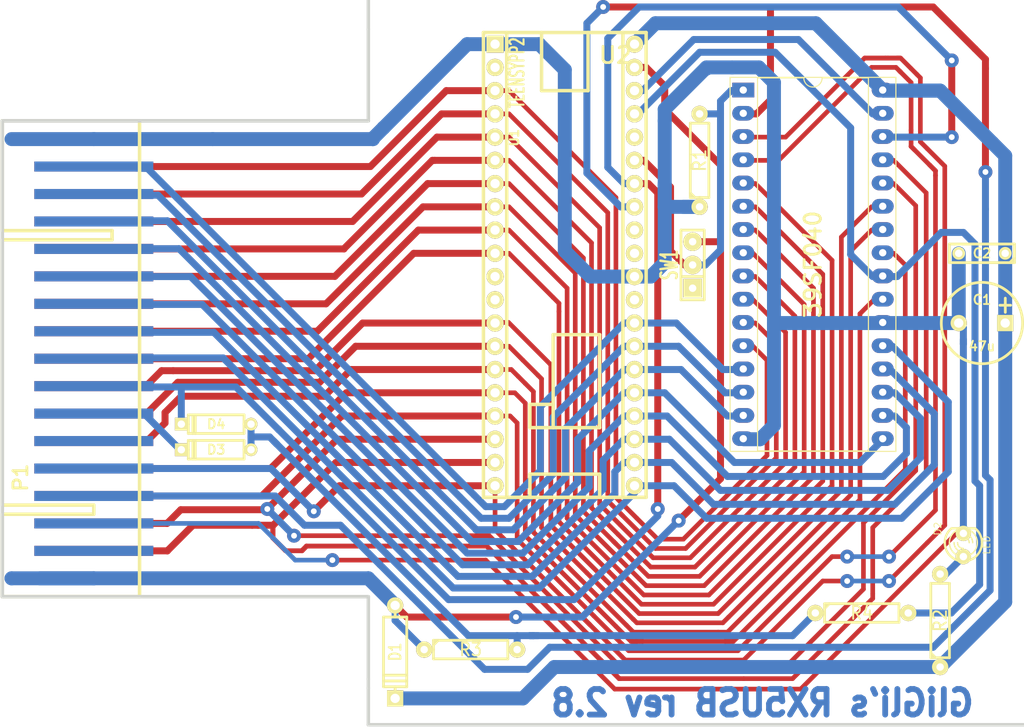
<source format=kicad_pcb>
(kicad_pcb (version 20171130) (host pcbnew 5.1.10)

  (general
    (thickness 1.6002)
    (drawings 16)
    (tracks 719)
    (zones 0)
    (modules 14)
    (nets 36)
  )

  (page User 152.4 152.4)
  (title_block
    (title "RX5USB board")
    (date "22 dec 2012")
    (rev 2)
    (company "GliGli's DIY")
  )

  (layers
    (0 F.Cu signal)
    (31 B.Cu signal)
    (33 F.Adhes user hide)
    (35 F.Paste user hide)
    (37 F.SilkS user hide)
    (38 B.Mask user hide)
    (39 F.Mask user hide)
    (40 Dwgs.User user hide)
    (41 Cmts.User user hide)
    (42 Eco1.User user hide)
    (43 Eco2.User user hide)
    (44 Edge.Cuts user hide)
    (45 Margin user hide)
    (46 B.CrtYd user hide)
    (47 F.CrtYd user hide)
    (49 F.Fab user hide)
  )

  (setup
    (last_trace_width 0.762)
    (trace_clearance 0.254)
    (zone_clearance 0.508)
    (zone_45_only no)
    (trace_min 0.2)
    (via_size 1.524)
    (via_drill 0.635)
    (via_min_size 1.524)
    (via_min_drill 0.508)
    (uvia_size 0.508)
    (uvia_drill 0.127)
    (uvias_allowed no)
    (uvia_min_size 0)
    (uvia_min_drill 0)
    (edge_width 0.381)
    (segment_width 0.381)
    (pcb_text_width 0.3048)
    (pcb_text_size 1.524 2.032)
    (mod_edge_width 0.381)
    (mod_text_size 1.524 1.524)
    (mod_text_width 0.3048)
    (pad_size 1.09982 12.99972)
    (pad_drill 0)
    (pad_to_mask_clearance 0.254)
    (aux_axis_origin 17.78 41.91)
    (grid_origin 17.78 41.91)
    (visible_elements FFFFFF7F)
    (pcbplotparams
      (layerselection 0x010ea_ffffffff)
      (usegerberextensions true)
      (usegerberattributes true)
      (usegerberadvancedattributes true)
      (creategerberjobfile true)
      (excludeedgelayer true)
      (linewidth 0.150000)
      (plotframeref false)
      (viasonmask false)
      (mode 1)
      (useauxorigin false)
      (hpglpennumber 1)
      (hpglpenspeed 20)
      (hpglpendiameter 15.000000)
      (psnegative false)
      (psa4output false)
      (plotreference true)
      (plotvalue true)
      (plotinvisibletext false)
      (padsonsilk false)
      (subtractmaskfromsilk false)
      (outputformat 1)
      (mirror false)
      (drillshape 0)
      (scaleselection 1)
      (outputdirectory "plots/"))
  )

  (net 0 "")
  (net 1 /A0)
  (net 2 /A1)
  (net 3 /A10)
  (net 4 /A11)
  (net 5 /A12)
  (net 6 /A13)
  (net 7 /A14)
  (net 8 /A15)
  (net 9 /A16)
  (net 10 /A17)
  (net 11 /A18)
  (net 12 /A2)
  (net 13 /A3)
  (net 14 /A4)
  (net 15 /A5)
  (net 16 /A6)
  (net 17 /A7)
  (net 18 /A8)
  (net 19 /A9)
  (net 20 /D0)
  (net 21 /D1)
  (net 22 /D2)
  (net 23 /D3)
  (net 24 /D4)
  (net 25 /D5)
  (net 26 /D6)
  (net 27 /D7)
  (net 28 GND)
  (net 29 N-000017)
  (net 30 N-000021)
  (net 31 N-000055)
  (net 32 N-000057)
  (net 33 N-000059)
  (net 34 N-000060)
  (net 35 VCC)

  (net_class Default "Ceci est la Netclass par défaut"
    (clearance 0.254)
    (trace_width 0.762)
    (via_dia 1.524)
    (via_drill 0.635)
    (uvia_dia 0.508)
    (uvia_drill 0.127)
    (add_net /A0)
    (add_net /A1)
    (add_net /A10)
    (add_net /A11)
    (add_net /A12)
    (add_net /A13)
    (add_net /A14)
    (add_net /A15)
    (add_net /A16)
    (add_net /A17)
    (add_net /A18)
    (add_net /A2)
    (add_net /A3)
    (add_net /A4)
    (add_net /A5)
    (add_net /A6)
    (add_net /A7)
    (add_net /A8)
    (add_net /A9)
    (add_net /D0)
    (add_net /D1)
    (add_net /D2)
    (add_net /D3)
    (add_net /D4)
    (add_net /D5)
    (add_net /D6)
    (add_net /D7)
    (add_net GND)
    (add_net N-000017)
    (add_net N-000021)
    (add_net N-000055)
    (add_net N-000057)
    (add_net N-000059)
    (add_net N-000060)
    (add_net VCC)
  )

  (module rx5usb:LED-3MM (layer F.Cu) (tedit 611C3511) (tstamp 50BFD6DE)
    (at 125.65634 87.8205 90)
    (descr "LED 3mm - Lead pitch 100mil (2,54mm)")
    (tags "LED led 3mm 3MM 100mil 2,54mm")
    (path /50BF5B99)
    (fp_text reference D2 (at 1.778 -2.794 90) (layer F.SilkS)
      (effects (font (size 0.762 0.762) (thickness 0.0889)))
    )
    (fp_text value LED (at 0 2.54 90) (layer F.SilkS)
      (effects (font (size 0.762 0.762) (thickness 0.0889)))
    )
    (fp_arc (start 0.254 0) (end -1.27 0) (angle 39.8) (layer F.SilkS) (width 0.1524))
    (fp_arc (start 0.254 0) (end -0.88392 1.01092) (angle 41.6) (layer F.SilkS) (width 0.1524))
    (fp_arc (start 0.254 0) (end 1.4097 -0.9906) (angle 40.6) (layer F.SilkS) (width 0.1524))
    (fp_arc (start 0.254 0) (end 1.778 0) (angle 39.8) (layer F.SilkS) (width 0.1524))
    (fp_arc (start 0.254 0) (end 0.254 -1.524) (angle 54.4) (layer F.SilkS) (width 0.1524))
    (fp_arc (start 0.254 0) (end -0.9652 -0.9144) (angle 53.1) (layer F.SilkS) (width 0.1524))
    (fp_arc (start 0.254 0) (end 1.45542 0.93472) (angle 52.1) (layer F.SilkS) (width 0.1524))
    (fp_arc (start 0.254 0) (end 0.254 1.524) (angle 52.1) (layer F.SilkS) (width 0.1524))
    (fp_arc (start 0.254 0) (end -0.381 0) (angle 90) (layer F.SilkS) (width 0.1524))
    (fp_arc (start 0.254 0) (end -0.762 0) (angle 90) (layer F.SilkS) (width 0.1524))
    (fp_arc (start 0.254 0) (end 0.889 0) (angle 90) (layer F.SilkS) (width 0.1524))
    (fp_arc (start 0.254 0) (end 1.27 0) (angle 90) (layer F.SilkS) (width 0.1524))
    (fp_arc (start 0.254 0) (end 0.254 -2.032) (angle 50.1) (layer F.SilkS) (width 0.254))
    (fp_arc (start 0.254 0) (end -1.5367 -0.95504) (angle 61.9) (layer F.SilkS) (width 0.254))
    (fp_arc (start 0.254 0) (end 1.8034 1.31064) (angle 49.7) (layer F.SilkS) (width 0.254))
    (fp_arc (start 0.254 0) (end 0.254 2.032) (angle 60.2) (layer F.SilkS) (width 0.254))
    (fp_arc (start 0.254 0) (end -1.778 0) (angle 28.3) (layer F.SilkS) (width 0.254))
    (fp_arc (start 0.254 0) (end -1.47574 1.06426) (angle 31.6) (layer F.SilkS) (width 0.254))
    (fp_line (start 1.8288 1.27) (end 1.8288 -1.27) (layer F.SilkS) (width 0.254))
    (pad 1 thru_hole circle (at -1.27 0 90) (size 1.6764 1.6764) (drill 0.8128) (layers *.Cu *.Mask F.Paste F.SilkS)
      (net 33 N-000059))
    (pad 2 thru_hole circle (at 1.27 0 90) (size 1.6764 1.6764) (drill 0.8128) (layers *.Cu *.Mask F.Paste F.SilkS)
      (net 28 GND))
    (model discret/leds/led3_vertical_verde.wrl
      (at (xyz 0 0 0))
      (scale (xyz 1 1 1))
      (rotate (xyz 0 0 0))
    )
  )

  (module rx5usb:TEENSYPP2 (layer F.Cu) (tedit 50BFBADE) (tstamp 50BFD6D9)
    (at 82.09534 57.2135 270)
    (path /50BF4075)
    (fp_text reference U1 (at -13.89888 5.4991 270) (layer F.SilkS)
      (effects (font (size 0.9144 0.9144) (thickness 0.2286)))
    )
    (fp_text value TEENSYPP2 (at -21.00072 5.19938 270) (layer F.SilkS)
      (effects (font (size 1.524 0.9144) (thickness 0.2286)))
    )
    (fp_line (start 15.24 1.27) (end 17.78 1.27) (layer F.SilkS) (width 0.381))
    (fp_line (start 17.78 -3.81) (end 17.78 3.81) (layer F.SilkS) (width 0.381))
    (fp_line (start 17.78 3.81) (end 15.24 3.81) (layer F.SilkS) (width 0.381))
    (fp_line (start 15.24 3.81) (end 15.24 1.27) (layer F.SilkS) (width 0.381))
    (fp_line (start 15.24 1.27) (end 7.62 1.27) (layer F.SilkS) (width 0.381))
    (fp_line (start 7.62 1.27) (end 7.62 -3.81) (layer F.SilkS) (width 0.381))
    (fp_line (start 7.62 -3.81) (end 17.78 -3.81) (layer F.SilkS) (width 0.381))
    (fp_line (start 25.4 -3.81) (end 22.86 -3.81) (layer F.SilkS) (width 0.381))
    (fp_line (start 22.86 -3.81) (end 22.86 3.81) (layer F.SilkS) (width 0.381))
    (fp_line (start 22.86 3.81) (end 25.4 3.81) (layer F.SilkS) (width 0.381))
    (fp_line (start -25.4 -2.54) (end -19.05 -2.54) (layer F.SilkS) (width 0.381))
    (fp_line (start -19.05 -2.54) (end -19.05 2.54) (layer F.SilkS) (width 0.381))
    (fp_line (start -19.05 2.54) (end -25.4 2.54) (layer F.SilkS) (width 0.381))
    (fp_line (start 25.4 6.35) (end -25.4 6.35) (layer F.SilkS) (width 0.381))
    (fp_line (start -25.4 -6.35) (end 25.4 -6.35) (layer F.SilkS) (width 0.381))
    (fp_line (start -25.4 -8.89) (end 25.4 -8.89) (layer F.SilkS) (width 0.381))
    (fp_line (start 25.4 -8.89) (end 25.4 8.89) (layer F.SilkS) (width 0.381))
    (fp_line (start 25.4 8.89) (end -25.4 8.89) (layer F.SilkS) (width 0.381))
    (fp_line (start -25.4 8.89) (end -25.4 -8.89) (layer F.SilkS) (width 0.381))
    (pad 1 thru_hole rect (at -24.13 7.62 270) (size 1.8796 1.8796) (drill 1.016) (layers *.Cu *.Mask F.SilkS)
      (net 28 GND))
    (pad 2 thru_hole circle (at -21.59 7.62 270) (size 1.8796 1.8796) (drill 1.016) (layers *.Cu *.Mask F.SilkS))
    (pad 3 thru_hole circle (at -19.05 7.62 270) (size 1.8796 1.8796) (drill 1.016) (layers *.Cu *.Mask F.SilkS)
      (net 1 /A0))
    (pad 4 thru_hole circle (at -16.51 7.62 270) (size 1.8796 1.8796) (drill 1.016) (layers *.Cu *.Mask F.SilkS)
      (net 2 /A1))
    (pad 5 thru_hole circle (at -13.97 7.62 270) (size 1.8796 1.8796) (drill 1.016) (layers *.Cu *.Mask F.SilkS)
      (net 12 /A2))
    (pad 6 thru_hole circle (at -11.43 7.62 270) (size 1.8796 1.8796) (drill 1.016) (layers *.Cu *.Mask F.SilkS)
      (net 13 /A3))
    (pad 7 thru_hole circle (at -8.89 7.62 270) (size 1.8796 1.8796) (drill 1.016) (layers *.Cu *.Mask F.SilkS)
      (net 14 /A4))
    (pad 8 thru_hole circle (at -6.35 7.62 270) (size 1.8796 1.8796) (drill 1.016) (layers *.Cu *.Mask F.SilkS)
      (net 15 /A5))
    (pad 9 thru_hole circle (at -3.81 7.62 270) (size 1.8796 1.8796) (drill 1.016) (layers *.Cu *.Mask F.SilkS)
      (net 16 /A6))
    (pad 10 thru_hole circle (at -1.27 7.62 270) (size 1.8796 1.8796) (drill 1.016) (layers *.Cu *.Mask F.SilkS)
      (net 17 /A7))
    (pad 11 thru_hole circle (at 1.27 7.62 270) (size 1.8796 1.8796) (drill 1.016) (layers *.Cu *.Mask F.SilkS))
    (pad 12 thru_hole circle (at 3.81 7.62 270) (size 1.8796 1.8796) (drill 1.016) (layers *.Cu *.Mask F.SilkS))
    (pad 13 thru_hole circle (at 6.35 7.62 270) (size 1.8796 1.8796) (drill 1.016) (layers *.Cu *.Mask F.SilkS)
      (net 18 /A8))
    (pad 14 thru_hole circle (at 8.89 7.62 270) (size 1.8796 1.8796) (drill 1.016) (layers *.Cu *.Mask F.SilkS)
      (net 19 /A9))
    (pad 15 thru_hole circle (at 11.43 7.62 270) (size 1.8796 1.8796) (drill 1.016) (layers *.Cu *.Mask F.SilkS)
      (net 3 /A10))
    (pad 16 thru_hole circle (at 13.97 7.62 270) (size 1.8796 1.8796) (drill 1.016) (layers *.Cu *.Mask F.SilkS)
      (net 4 /A11))
    (pad 17 thru_hole circle (at 16.51 7.62 270) (size 1.8796 1.8796) (drill 1.016) (layers *.Cu *.Mask F.SilkS)
      (net 5 /A12))
    (pad 18 thru_hole circle (at 19.05 7.62 270) (size 1.8796 1.8796) (drill 1.016) (layers *.Cu *.Mask F.SilkS)
      (net 6 /A13))
    (pad 19 thru_hole circle (at 21.59 7.62 270) (size 1.8796 1.8796) (drill 1.016) (layers *.Cu *.Mask F.SilkS)
      (net 7 /A14))
    (pad 20 thru_hole circle (at 24.13 7.62 270) (size 1.8796 1.8796) (drill 1.016) (layers *.Cu *.Mask F.SilkS)
      (net 8 /A15))
    (pad 33 thru_hole circle (at 24.13 -7.62 270) (size 1.8796 1.8796) (drill 1.016) (layers *.Cu *.Mask F.SilkS)
      (net 27 /D7))
    (pad 34 thru_hole circle (at 21.59 -7.62 270) (size 1.8796 1.8796) (drill 1.016) (layers *.Cu *.Mask F.SilkS)
      (net 26 /D6))
    (pad 35 thru_hole circle (at 19.05 -7.62 270) (size 1.8796 1.8796) (drill 1.016) (layers *.Cu *.Mask F.SilkS)
      (net 25 /D5))
    (pad 36 thru_hole circle (at 16.51 -7.62 270) (size 1.8796 1.8796) (drill 1.016) (layers *.Cu *.Mask F.SilkS)
      (net 24 /D4))
    (pad 37 thru_hole circle (at 13.97 -7.62 270) (size 1.8796 1.8796) (drill 1.016) (layers *.Cu *.Mask F.SilkS)
      (net 23 /D3))
    (pad 38 thru_hole circle (at 11.43 -7.62 270) (size 1.8796 1.8796) (drill 1.016) (layers *.Cu *.Mask F.SilkS)
      (net 22 /D2))
    (pad 39 thru_hole circle (at 8.89 -7.62 270) (size 1.8796 1.8796) (drill 1.016) (layers *.Cu *.Mask F.SilkS)
      (net 21 /D1))
    (pad 40 thru_hole circle (at 6.35 -7.62 270) (size 1.8796 1.8796) (drill 1.016) (layers *.Cu *.Mask F.SilkS)
      (net 20 /D0))
    (pad 41 thru_hole circle (at 3.81 -7.62 270) (size 1.8796 1.8796) (drill 1.016) (layers *.Cu *.Mask F.SilkS))
    (pad 42 thru_hole circle (at 1.27 -7.62 270) (size 1.8796 1.8796) (drill 1.016) (layers *.Cu *.Mask F.SilkS)
      (net 28 GND))
    (pad 43 thru_hole circle (at -1.27 -7.62 270) (size 1.8796 1.8796) (drill 1.016) (layers *.Cu *.Mask F.SilkS))
    (pad 44 thru_hole circle (at -3.81 -7.62 270) (size 1.8796 1.8796) (drill 1.016) (layers *.Cu *.Mask F.SilkS))
    (pad 45 thru_hole circle (at -6.35 -7.62 270) (size 1.8796 1.8796) (drill 1.016) (layers *.Cu *.Mask F.SilkS)
      (net 9 /A16))
    (pad 46 thru_hole circle (at -8.89 -7.62 270) (size 1.8796 1.8796) (drill 1.016) (layers *.Cu *.Mask F.SilkS)
      (net 10 /A17))
    (pad 47 thru_hole circle (at -11.43 -7.62 270) (size 1.8796 1.8796) (drill 1.016) (layers *.Cu *.Mask F.SilkS)
      (net 11 /A18))
    (pad 48 thru_hole circle (at -13.97 -7.62 270) (size 1.8796 1.8796) (drill 1.016) (layers *.Cu *.Mask F.SilkS))
    (pad 49 thru_hole circle (at -16.51 -7.62 270) (size 1.8796 1.8796) (drill 1.016) (layers *.Cu *.Mask F.SilkS)
      (net 31 N-000055))
    (pad 50 thru_hole circle (at -19.05 -7.62 270) (size 1.8796 1.8796) (drill 1.016) (layers *.Cu *.Mask F.SilkS)
      (net 30 N-000021))
    (pad 51 thru_hole circle (at -21.59 -7.62 270) (size 1.8796 1.8796) (drill 1.016) (layers *.Cu *.Mask F.SilkS)
      (net 29 N-000017))
    (pad 52 thru_hole circle (at -24.13 -7.62 270) (size 1.8796 1.8796) (drill 1.016) (layers *.Cu *.Mask F.SilkS)
      (net 35 VCC))
  )

  (module rx5usb:U2 (layer F.Cu) (tedit 5A02E8C5) (tstamp 50BFD6DF)
    (at 101.6 38.1)
    (descr "32-lead though-hole mounted DIP package, row spacing 15.24 mm (600 mils), Socket, LongPads")
    (tags "THT DIP DIL PDIP 2.54mm 15.24mm 600mil Socket LongPads")
    (path /50BF4485)
    (fp_text reference U2 (at -13.97 -3.81 180) (layer F.SilkS)
      (effects (font (size 1.778 1.778) (thickness 0.3048)))
    )
    (fp_text value 39SF040 (at 7.62 19.05 270) (layer F.SilkS)
      (effects (font (size 1.778 1.778) (thickness 0.3048)))
    )
    (fp_text user %R (at 7.62 19.05) (layer F.Fab)
      (effects (font (size 1 1) (thickness 0.15)))
    )
    (fp_arc (start 7.62 -1.33) (end 6.62 -1.33) (angle -180) (layer F.SilkS) (width 0.12))
    (fp_line (start 16.8 -1.6) (end -1.55 -1.6) (layer F.CrtYd) (width 0.05))
    (fp_line (start 16.8 39.7) (end 16.8 -1.6) (layer F.CrtYd) (width 0.05))
    (fp_line (start -1.55 39.7) (end 16.8 39.7) (layer F.CrtYd) (width 0.05))
    (fp_line (start -1.55 -1.6) (end -1.55 39.7) (layer F.CrtYd) (width 0.05))
    (fp_line (start 16.68 -1.39) (end -1.44 -1.39) (layer F.SilkS) (width 0.12))
    (fp_line (start 16.68 39.49) (end 16.68 -1.39) (layer F.SilkS) (width 0.12))
    (fp_line (start -1.44 39.49) (end 16.68 39.49) (layer F.SilkS) (width 0.12))
    (fp_line (start -1.44 -1.39) (end -1.44 39.49) (layer F.SilkS) (width 0.12))
    (fp_line (start 13.68 -1.33) (end 8.62 -1.33) (layer F.SilkS) (width 0.12))
    (fp_line (start 13.68 39.43) (end 13.68 -1.33) (layer F.SilkS) (width 0.12))
    (fp_line (start 1.56 39.43) (end 13.68 39.43) (layer F.SilkS) (width 0.12))
    (fp_line (start 1.56 -1.33) (end 1.56 39.43) (layer F.SilkS) (width 0.12))
    (fp_line (start 6.62 -1.33) (end 1.56 -1.33) (layer F.SilkS) (width 0.12))
    (fp_line (start 16.51 -1.33) (end -1.27 -1.33) (layer F.Fab) (width 0.1))
    (fp_line (start 16.51 39.43) (end 16.51 -1.33) (layer F.Fab) (width 0.1))
    (fp_line (start -1.27 39.43) (end 16.51 39.43) (layer F.Fab) (width 0.1))
    (fp_line (start -1.27 -1.33) (end -1.27 39.43) (layer F.Fab) (width 0.1))
    (fp_line (start 0.255 -0.27) (end 1.255 -1.27) (layer F.Fab) (width 0.1))
    (fp_line (start 0.255 39.37) (end 0.255 -0.27) (layer F.Fab) (width 0.1))
    (fp_line (start 14.985 39.37) (end 0.255 39.37) (layer F.Fab) (width 0.1))
    (fp_line (start 14.985 -1.27) (end 14.985 39.37) (layer F.Fab) (width 0.1))
    (fp_line (start 1.255 -1.27) (end 14.985 -1.27) (layer F.Fab) (width 0.1))
    (pad 32 thru_hole oval (at 15.24 0) (size 2.4 1.6) (drill 0.8) (layers *.Cu *.Mask)
      (net 35 VCC))
    (pad 16 thru_hole oval (at 0 38.1) (size 2.4 1.6) (drill 0.8) (layers *.Cu *.Mask)
      (net 28 GND))
    (pad 31 thru_hole oval (at 15.24 2.54) (size 2.4 1.6) (drill 0.8) (layers *.Cu *.Mask)
      (net 30 N-000021))
    (pad 15 thru_hole oval (at 0 35.56) (size 2.4 1.6) (drill 0.8) (layers *.Cu *.Mask)
      (net 22 /D2))
    (pad 30 thru_hole oval (at 15.24 5.08) (size 2.4 1.6) (drill 0.8) (layers *.Cu *.Mask)
      (net 10 /A17))
    (pad 14 thru_hole oval (at 0 33.02) (size 2.4 1.6) (drill 0.8) (layers *.Cu *.Mask)
      (net 21 /D1))
    (pad 29 thru_hole oval (at 15.24 7.62) (size 2.4 1.6) (drill 0.8) (layers *.Cu *.Mask)
      (net 7 /A14))
    (pad 13 thru_hole oval (at 0 30.48) (size 2.4 1.6) (drill 0.8) (layers *.Cu *.Mask)
      (net 20 /D0))
    (pad 28 thru_hole oval (at 15.24 10.16) (size 2.4 1.6) (drill 0.8) (layers *.Cu *.Mask)
      (net 6 /A13))
    (pad 12 thru_hole oval (at 0 27.94) (size 2.4 1.6) (drill 0.8) (layers *.Cu *.Mask)
      (net 1 /A0))
    (pad 27 thru_hole oval (at 15.24 12.7) (size 2.4 1.6) (drill 0.8) (layers *.Cu *.Mask)
      (net 18 /A8))
    (pad 11 thru_hole oval (at 0 25.4) (size 2.4 1.6) (drill 0.8) (layers *.Cu *.Mask)
      (net 2 /A1))
    (pad 26 thru_hole oval (at 15.24 15.24) (size 2.4 1.6) (drill 0.8) (layers *.Cu *.Mask)
      (net 19 /A9))
    (pad 10 thru_hole oval (at 0 22.86) (size 2.4 1.6) (drill 0.8) (layers *.Cu *.Mask)
      (net 12 /A2))
    (pad 25 thru_hole oval (at 15.24 17.78) (size 2.4 1.6) (drill 0.8) (layers *.Cu *.Mask)
      (net 4 /A11))
    (pad 9 thru_hole oval (at 0 20.32) (size 2.4 1.6) (drill 0.8) (layers *.Cu *.Mask)
      (net 13 /A3))
    (pad 24 thru_hole oval (at 15.24 20.32) (size 2.4 1.6) (drill 0.8) (layers *.Cu *.Mask)
      (net 31 N-000055))
    (pad 8 thru_hole oval (at 0 17.78) (size 2.4 1.6) (drill 0.8) (layers *.Cu *.Mask)
      (net 14 /A4))
    (pad 23 thru_hole oval (at 15.24 22.86) (size 2.4 1.6) (drill 0.8) (layers *.Cu *.Mask)
      (net 3 /A10))
    (pad 7 thru_hole oval (at 0 15.24) (size 2.4 1.6) (drill 0.8) (layers *.Cu *.Mask)
      (net 15 /A5))
    (pad 22 thru_hole oval (at 15.24 25.4) (size 2.4 1.6) (drill 0.8) (layers *.Cu *.Mask)
      (net 28 GND))
    (pad 6 thru_hole oval (at 0 12.7) (size 2.4 1.6) (drill 0.8) (layers *.Cu *.Mask)
      (net 16 /A6))
    (pad 21 thru_hole oval (at 15.24 27.94) (size 2.4 1.6) (drill 0.8) (layers *.Cu *.Mask)
      (net 27 /D7))
    (pad 5 thru_hole oval (at 0 10.16) (size 2.4 1.6) (drill 0.8) (layers *.Cu *.Mask)
      (net 17 /A7))
    (pad 20 thru_hole oval (at 15.24 30.48) (size 2.4 1.6) (drill 0.8) (layers *.Cu *.Mask)
      (net 26 /D6))
    (pad 4 thru_hole oval (at 0 7.62) (size 2.4 1.6) (drill 0.8) (layers *.Cu *.Mask)
      (net 5 /A12))
    (pad 19 thru_hole oval (at 15.24 33.02) (size 2.4 1.6) (drill 0.8) (layers *.Cu *.Mask)
      (net 25 /D5))
    (pad 3 thru_hole oval (at 0 5.08) (size 2.4 1.6) (drill 0.8) (layers *.Cu *.Mask)
      (net 8 /A15))
    (pad 18 thru_hole oval (at 15.24 35.56) (size 2.4 1.6) (drill 0.8) (layers *.Cu *.Mask)
      (net 24 /D4))
    (pad 2 thru_hole oval (at 0 2.54) (size 2.4 1.6) (drill 0.8) (layers *.Cu *.Mask)
      (net 9 /A16))
    (pad 17 thru_hole oval (at 15.24 38.1) (size 2.4 1.6) (drill 0.8) (layers *.Cu *.Mask)
      (net 23 /D3))
    (pad 1 thru_hole rect (at 0 0) (size 2.4 1.6) (drill 0.8) (layers *.Cu *.Mask)
      (net 11 /A18))
    (model ${KISYS3DMOD}/Package_DIP.3dshapes/DIP-32_W15.24mm_Socket.wrl
      (at (xyz 0 0 0))
      (scale (xyz 1 1 1))
      (rotate (xyz 0 0 0))
    )
  )

  (module rx5usb:RX5_WDC_CART (layer F.Cu) (tedit 612460F0) (tstamp 50BFA79B)
    (at 20.61972 93.4593 90)
    (descr "Yamaha RX5 waveform cartridge connector")
    (tags "RX5 WDC CART")
    (path /50BF49CB)
    (fp_text reference P1 (at 12.99972 1.99898 90) (layer F.SilkS)
      (effects (font (size 1.524 1.524) (thickness 0.3048)))
    )
    (fp_text value RX5_WDC (at 24.00046 1.99898 90) (layer F.SilkS) hide
      (effects (font (size 1.524 1.524) (thickness 0.3048)))
    )
    (fp_line (start 51.99888 15.00124) (end 51.99888 0) (layer F.SilkS) (width 0.381))
    (fp_line (start 0 15.00124) (end 51.99888 15.00124) (layer F.SilkS) (width 0.381))
    (fp_line (start 0 0) (end 0 15.00124) (layer F.SilkS) (width 0.381))
    (fp_line (start 9.99998 9.99998) (end 9.99998 0) (layer F.SilkS) (width 0.381))
    (fp_line (start 8.99922 9.99998) (end 9.99998 9.99998) (layer F.SilkS) (width 0.381))
    (fp_line (start 8.99922 0) (end 8.99922 9.99998) (layer F.SilkS) (width 0.381))
    (fp_line (start 38.99916 11.99642) (end 38.99916 -0.00254) (layer F.SilkS) (width 0.381))
    (fp_line (start 39.99992 11.99642) (end 38.99916 11.99642) (layer F.SilkS) (width 0.381))
    (fp_line (start 39.99992 -0.00254) (end 39.99992 11.99642) (layer F.SilkS) (width 0.381))
    (fp_line (start 51.99888 0) (end 39.99992 0) (layer F.SilkS) (width 0.381))
    (fp_line (start 39.99992 0) (end 51.99888 0) (layer F.SilkS) (width 0.381))
    (fp_line (start 38.99916 0) (end 9.99998 0) (layer F.SilkS) (width 0.381))
    (fp_line (start 8.99922 0) (end 0 0) (layer F.SilkS) (width 0.381))
    (pad GND connect rect (at 49.9999 9.99998 90) (size 1.09982 12.99972) (layers B.Cu B.Mask)
      (net 28 GND))
    (pad D0 connect rect (at 47.00016 9.99998 90) (size 1.09982 12.99972) (layers B.Cu B.Mask)
      (net 20 /D0))
    (pad D1 connect rect (at 43.99788 9.99998 90) (size 1.09982 12.99972) (layers B.Cu B.Mask)
      (net 21 /D1))
    (pad D2 connect rect (at 40.99814 9.99998 90) (size 1.09982 12.99972) (layers B.Cu B.Mask)
      (net 22 /D2))
    (pad D3 connect rect (at 37.9984 9.99998 90) (size 1.09982 12.99972) (layers B.Cu B.Mask)
      (net 23 /D3))
    (pad D4 connect rect (at 34.99866 9.99998 90) (size 1.09982 12.99972) (layers B.Cu B.Mask)
      (net 24 /D4))
    (pad D5 connect rect (at 31.99892 9.99998 90) (size 1.09982 12.99972) (layers B.Cu B.Mask)
      (net 25 /D5))
    (pad D6 connect rect (at 28.99918 9.99998 90) (size 1.09982 12.99972) (layers B.Cu B.Mask)
      (net 26 /D6))
    (pad D7 connect rect (at 25.99944 9.99998 90) (size 1.09982 12.99972) (layers B.Cu B.Mask)
      (net 27 /D7))
    (pad CE0 connect rect (at 22.9997 9.99998 90) (size 1.09982 12.99972) (layers B.Cu B.Mask)
      (net 10 /A17))
    (pad CE1 connect rect (at 19.99996 9.99998 90) (size 1.09982 12.99972) (layers B.Cu B.Mask)
      (net 32 N-000057))
    (pad OE connect rect (at 17.00022 9.99998 90) (size 1.09982 12.99972) (layers B.Cu B.Mask))
    (pad A15 connect rect (at 13.99794 9.99998 90) (size 1.09982 12.99972) (layers B.Cu B.Mask)
      (net 8 /A15))
    (pad A16 connect rect (at 10.9982 9.99998 90) (size 1.09982 12.99972) (layers B.Cu B.Mask)
      (net 9 /A16))
    (pad CT0 connect rect (at 7.99846 9.99998 90) (size 1.09982 12.99972) (layers B.Cu B.Mask)
      (net 28 GND))
    (pad CT1 connect rect (at 4.99872 9.99998 90) (size 1.09982 12.99972) (layers B.Cu B.Mask))
    (pad +5V connect rect (at 1.99898 9.99998 90) (size 1.09982 12.99972) (layers B.Cu B.Mask)
      (net 29 N-000017))
    (pad WE connect rect (at 49.9999 9.99998 90) (size 1.09982 12.99972) (layers F.Cu F.Mask))
    (pad A0 connect rect (at 47.00016 9.99998 90) (size 1.09982 12.99972) (layers F.Cu F.Mask)
      (net 1 /A0))
    (pad A1 connect rect (at 43.99788 9.99998 90) (size 1.09982 12.99972) (layers F.Cu F.Mask)
      (net 2 /A1))
    (pad A2 connect rect (at 40.99814 9.99998 90) (size 1.09982 12.99972) (layers F.Cu F.Mask)
      (net 12 /A2))
    (pad A3 connect rect (at 37.9984 9.99998 90) (size 1.09982 12.99972) (layers F.Cu F.Mask)
      (net 13 /A3))
    (pad A4 connect rect (at 34.99866 9.99998 90) (size 1.09982 12.99972) (layers F.Cu F.Mask)
      (net 14 /A4))
    (pad A5 connect rect (at 31.99892 9.99998 90) (size 1.09982 12.99972) (layers F.Cu F.Mask)
      (net 15 /A5))
    (pad A6 connect rect (at 28.99918 9.99998 90) (size 1.09982 12.99972) (layers F.Cu F.Mask)
      (net 16 /A6))
    (pad A7 connect rect (at 25.99944 9.99998 90) (size 1.09982 12.99972) (layers F.Cu F.Mask)
      (net 17 /A7))
    (pad A8 connect rect (at 22.9997 9.99998 90) (size 1.09982 12.99972) (layers F.Cu F.Mask)
      (net 18 /A8))
    (pad A9 connect rect (at 19.99996 9.99998 90) (size 1.09982 12.99972) (layers F.Cu F.Mask)
      (net 19 /A9))
    (pad A10 connect rect (at 17.00022 9.99998 90) (size 1.09982 12.99972) (layers F.Cu F.Mask)
      (net 3 /A10))
    (pad A11 connect rect (at 13.99794 9.99998 90) (size 1.09982 12.99972) (layers F.Cu F.Mask)
      (net 4 /A11))
    (pad A12 connect rect (at 10.9982 9.99998 90) (size 1.09982 12.99972) (layers F.Cu F.Mask)
      (net 5 /A12))
    (pad A13 connect rect (at 7.99846 9.99998 90) (size 1.09982 12.99972) (layers F.Cu F.Mask)
      (net 6 /A13))
    (pad A14 connect rect (at 4.99872 9.99998 90) (size 1.09982 12.99972) (layers F.Cu F.Mask)
      (net 7 /A14))
    (pad PROT connect rect (at 1.99898 9.99998 90) (size 1.09982 12.99972) (layers F.Cu F.Mask))
  )

  (module rx5usb:R4-LARGE_PADS (layer F.Cu) (tedit 47E2673E) (tstamp 50BFD6DB)
    (at 96.82734 45.7835 90)
    (descr "Resitance 4 pas")
    (tags R)
    (path /50BF56C0)
    (autoplace_cost180 10)
    (fp_text reference R1 (at 0 0 90) (layer F.SilkS)
      (effects (font (size 1.397 1.27) (thickness 0.2032)))
    )
    (fp_text value 4k7 (at 0 0 90) (layer F.SilkS) hide
      (effects (font (size 1.397 1.27) (thickness 0.2032)))
    )
    (fp_line (start -5.08 0) (end -4.064 0) (layer F.SilkS) (width 0.3048))
    (fp_line (start -4.064 0) (end -4.064 -1.016) (layer F.SilkS) (width 0.3048))
    (fp_line (start -4.064 -1.016) (end 4.064 -1.016) (layer F.SilkS) (width 0.3048))
    (fp_line (start 4.064 -1.016) (end 4.064 1.016) (layer F.SilkS) (width 0.3048))
    (fp_line (start 4.064 1.016) (end -4.064 1.016) (layer F.SilkS) (width 0.3048))
    (fp_line (start -4.064 1.016) (end -4.064 0) (layer F.SilkS) (width 0.3048))
    (fp_line (start -4.064 -0.508) (end -3.556 -1.016) (layer F.SilkS) (width 0.3048))
    (fp_line (start 5.08 0) (end 4.064 0) (layer F.SilkS) (width 0.3048))
    (pad 1 thru_hole circle (at -5.08 0 90) (size 1.778 1.778) (drill 0.8128) (layers *.Cu *.Mask F.SilkS)
      (net 28 GND))
    (pad 2 thru_hole circle (at 5.08 0 90) (size 1.778 1.778) (drill 0.8128) (layers *.Cu *.Mask F.SilkS)
      (net 11 /A18))
    (model discret/resistor.wrl
      (at (xyz 0 0 0))
      (scale (xyz 0.4 0.4 0.4))
      (rotate (xyz 0 0 0))
    )
  )

  (module rx5usb:R4-LARGE_PADS (layer F.Cu) (tedit 47E2673E) (tstamp 50BFD6DD)
    (at 123.11634 96.0755 90)
    (descr "Resitance 4 pas")
    (tags R)
    (path /50BF5B8F)
    (autoplace_cost180 10)
    (fp_text reference R2 (at 0 0 90) (layer F.SilkS)
      (effects (font (size 1.397 1.27) (thickness 0.2032)))
    )
    (fp_text value 470 (at 0 0 90) (layer F.SilkS) hide
      (effects (font (size 1.397 1.27) (thickness 0.2032)))
    )
    (fp_line (start -5.08 0) (end -4.064 0) (layer F.SilkS) (width 0.3048))
    (fp_line (start -4.064 0) (end -4.064 -1.016) (layer F.SilkS) (width 0.3048))
    (fp_line (start -4.064 -1.016) (end 4.064 -1.016) (layer F.SilkS) (width 0.3048))
    (fp_line (start 4.064 -1.016) (end 4.064 1.016) (layer F.SilkS) (width 0.3048))
    (fp_line (start 4.064 1.016) (end -4.064 1.016) (layer F.SilkS) (width 0.3048))
    (fp_line (start -4.064 1.016) (end -4.064 0) (layer F.SilkS) (width 0.3048))
    (fp_line (start -4.064 -0.508) (end -3.556 -1.016) (layer F.SilkS) (width 0.3048))
    (fp_line (start 5.08 0) (end 4.064 0) (layer F.SilkS) (width 0.3048))
    (pad 1 thru_hole circle (at -5.08 0 90) (size 1.778 1.778) (drill 0.8128) (layers *.Cu *.Mask F.SilkS)
      (net 35 VCC))
    (pad 2 thru_hole circle (at 5.08 0 90) (size 1.778 1.778) (drill 0.8128) (layers *.Cu *.Mask F.SilkS)
      (net 33 N-000059))
    (model discret/resistor.wrl
      (at (xyz 0 0 0))
      (scale (xyz 0.4 0.4 0.4))
      (rotate (xyz 0 0 0))
    )
  )

  (module rx5usb:D4 (layer F.Cu) (tedit 200000) (tstamp 50BFD6E0)
    (at 63.55334 99.5045 270)
    (descr "Diode 4 pas")
    (tags "DIODE DEV")
    (path /50BF552D)
    (fp_text reference D1 (at 0 0 270) (layer F.SilkS)
      (effects (font (size 1.27 1.016) (thickness 0.2032)))
    )
    (fp_text value 1N5817 (at 0 0 270) (layer F.SilkS) hide
      (effects (font (size 1.27 1.016) (thickness 0.2032)))
    )
    (fp_line (start -3.81 -1.27) (end 3.81 -1.27) (layer F.SilkS) (width 0.3048))
    (fp_line (start 3.81 -1.27) (end 3.81 1.27) (layer F.SilkS) (width 0.3048))
    (fp_line (start 3.81 1.27) (end -3.81 1.27) (layer F.SilkS) (width 0.3048))
    (fp_line (start -3.81 1.27) (end -3.81 -1.27) (layer F.SilkS) (width 0.3048))
    (fp_line (start 3.175 -1.27) (end 3.175 1.27) (layer F.SilkS) (width 0.3048))
    (fp_line (start 2.54 1.27) (end 2.54 -1.27) (layer F.SilkS) (width 0.3048))
    (fp_line (start -3.81 0) (end -5.08 0) (layer F.SilkS) (width 0.3048))
    (fp_line (start 3.81 0) (end 5.08 0) (layer F.SilkS) (width 0.3048))
    (pad 1 thru_hole circle (at -5.08 0 270) (size 1.778 1.778) (drill 1.016) (layers *.Cu *.Mask F.SilkS)
      (net 29 N-000017))
    (pad 2 thru_hole rect (at 5.08 0 270) (size 1.778 1.778) (drill 1.016) (layers *.Cu *.Mask F.SilkS)
      (net 35 VCC))
    (model discret/diode.wrl
      (at (xyz 0 0 0))
      (scale (xyz 0.4 0.4 0.4))
      (rotate (xyz 0 0 0))
    )
  )

  (module rx5usb:C2V8 (layer F.Cu) (tedit 46544AA3) (tstamp 50BFD6E1)
    (at 127.68834 63.5635 180)
    (descr "Condensateur polarise")
    (tags CP)
    (path /50BF5B72)
    (fp_text reference C1 (at 0 2.54 180) (layer F.SilkS)
      (effects (font (size 1.016 1.016) (thickness 0.2032)))
    )
    (fp_text value 47u (at 0 -2.54 180) (layer F.SilkS)
      (effects (font (size 1.016 1.016) (thickness 0.2032)))
    )
    (fp_circle (center 0 0) (end -4.445 0) (layer F.SilkS) (width 0.3048))
    (pad 1 thru_hole rect (at -2.54 0 180) (size 1.778 1.778) (drill 1.016) (layers *.Cu *.Mask F.SilkS)
      (net 35 VCC))
    (pad 2 thru_hole circle (at 2.54 0 180) (size 1.778 1.778) (drill 1.016) (layers *.Cu *.Mask F.SilkS)
      (net 28 GND))
    (model discret/c_vert_c2v10.wrl
      (at (xyz 0 0 0))
      (scale (xyz 1 1 1))
      (rotate (xyz 0 0 0))
    )
  )

  (module rx5usb:C2 (layer F.Cu) (tedit 200000) (tstamp 50BFD6E2)
    (at 127.68834 55.9435 180)
    (descr "Condensateur = 2 pas")
    (tags C)
    (path /50BF5B53)
    (fp_text reference C2 (at 0 0 180) (layer F.SilkS)
      (effects (font (size 1.016 1.016) (thickness 0.2032)))
    )
    (fp_text value 100n (at 0 0 180) (layer F.SilkS) hide
      (effects (font (size 1.016 1.016) (thickness 0.2032)))
    )
    (fp_line (start -3.556 -1.016) (end 3.556 -1.016) (layer F.SilkS) (width 0.3048))
    (fp_line (start 3.556 -1.016) (end 3.556 1.016) (layer F.SilkS) (width 0.3048))
    (fp_line (start 3.556 1.016) (end -3.556 1.016) (layer F.SilkS) (width 0.3048))
    (fp_line (start -3.556 1.016) (end -3.556 -1.016) (layer F.SilkS) (width 0.3048))
    (fp_line (start -3.556 -0.508) (end -3.048 -1.016) (layer F.SilkS) (width 0.3048))
    (pad 1 thru_hole circle (at -2.54 0 180) (size 1.397 1.397) (drill 0.8128) (layers *.Cu *.Mask F.SilkS)
      (net 35 VCC))
    (pad 2 thru_hole circle (at 2.54 0 180) (size 1.397 1.397) (drill 0.8128) (layers *.Cu *.Mask F.SilkS)
      (net 28 GND))
    (model discret/capa_2pas_5x5mm.wrl
      (at (xyz 0 0 0))
      (scale (xyz 1 1 1))
      (rotate (xyz 0 0 0))
    )
  )

  (module rx5usb:SPTD-3 (layer F.Cu) (tedit 50C08D73) (tstamp 50C08DC8)
    (at 96.06534 57.2135 90)
    (descr "Switch SPDT")
    (tags "SPTD SWITCH")
    (path /50BF54EC)
    (fp_text reference SW1 (at 0 -2.54 90) (layer F.SilkS)
      (effects (font (size 1.7907 1.07696) (thickness 0.26924)))
    )
    (fp_text value SWITCH_INV (at 0 -2.54 90) (layer F.SilkS) hide
      (effects (font (size 1.524 1.016) (thickness 0.254)))
    )
    (fp_line (start -3.81 1.27) (end -3.81 -1.27) (layer F.SilkS) (width 0.3048))
    (fp_line (start -3.81 -1.27) (end 3.81 -1.27) (layer F.SilkS) (width 0.3048))
    (fp_line (start 3.81 -1.27) (end 3.81 1.27) (layer F.SilkS) (width 0.3048))
    (fp_line (start 3.81 1.27) (end -3.81 1.27) (layer F.SilkS) (width 0.3048))
    (fp_line (start -1.27 -1.27) (end -1.27 1.27) (layer F.SilkS) (width 0.3048))
    (pad 3 thru_hole circle (at 2.54 0 90) (size 2.032 2.032) (drill 0.8128) (layers *.Cu *.Mask F.SilkS)
      (net 29 N-000017))
    (pad 2 thru_hole circle (at 0 0 90) (size 2.032 2.032) (drill 0.8128) (layers *.Cu *.Mask F.SilkS)
      (net 11 /A18))
    (pad 1 thru_hole rect (at -2.54 0 90) (size 2.032 2.032) (drill 0.8128) (layers *.Cu *.Mask F.SilkS))
  )

  (module rx5usb:D3 (layer F.Cu) (tedit 200000) (tstamp 50C10881)
    (at 43.99534 77.4065 180)
    (descr "Diode 3 pas")
    (tags "DIODE DEV")
    (path /50C1070B)
    (fp_text reference D3 (at 0 0 180) (layer F.SilkS)
      (effects (font (size 1.016 1.016) (thickness 0.2032)))
    )
    (fp_text value 1N4148 (at 0 0 180) (layer F.SilkS) hide
      (effects (font (size 1.016 1.016) (thickness 0.2032)))
    )
    (fp_line (start 3.81 0) (end 3.048 0) (layer F.SilkS) (width 0.3048))
    (fp_line (start 3.048 0) (end 3.048 -1.016) (layer F.SilkS) (width 0.3048))
    (fp_line (start 3.048 -1.016) (end -3.048 -1.016) (layer F.SilkS) (width 0.3048))
    (fp_line (start -3.048 -1.016) (end -3.048 0) (layer F.SilkS) (width 0.3048))
    (fp_line (start -3.048 0) (end -3.81 0) (layer F.SilkS) (width 0.3048))
    (fp_line (start -3.048 0) (end -3.048 1.016) (layer F.SilkS) (width 0.3048))
    (fp_line (start -3.048 1.016) (end 3.048 1.016) (layer F.SilkS) (width 0.3048))
    (fp_line (start 3.048 1.016) (end 3.048 0) (layer F.SilkS) (width 0.3048))
    (fp_line (start 2.54 -1.016) (end 2.54 1.016) (layer F.SilkS) (width 0.3048))
    (fp_line (start 2.286 1.016) (end 2.286 -1.016) (layer F.SilkS) (width 0.3048))
    (pad 2 thru_hole rect (at 3.81 0 180) (size 1.397 1.397) (drill 0.8128) (layers *.Cu *.Mask F.SilkS)
      (net 32 N-000057))
    (pad 1 thru_hole circle (at -3.81 0 180) (size 1.397 1.397) (drill 0.8128) (layers *.Cu *.Mask F.SilkS)
      (net 34 N-000060))
    (model discret/diode.wrl
      (at (xyz 0 0 0))
      (scale (xyz 0.3 0.3 0.3))
      (rotate (xyz 0 0 0))
    )
  )

  (module rx5usb:D3 (layer F.Cu) (tedit 200000) (tstamp 50C10883)
    (at 43.99534 74.6125 180)
    (descr "Diode 3 pas")
    (tags "DIODE DEV")
    (path /50C1077B)
    (fp_text reference D4 (at 0 0 180) (layer F.SilkS)
      (effects (font (size 1.016 1.016) (thickness 0.2032)))
    )
    (fp_text value 1N4148 (at 0 0 180) (layer F.SilkS) hide
      (effects (font (size 1.016 1.016) (thickness 0.2032)))
    )
    (fp_line (start 3.81 0) (end 3.048 0) (layer F.SilkS) (width 0.3048))
    (fp_line (start 3.048 0) (end 3.048 -1.016) (layer F.SilkS) (width 0.3048))
    (fp_line (start 3.048 -1.016) (end -3.048 -1.016) (layer F.SilkS) (width 0.3048))
    (fp_line (start -3.048 -1.016) (end -3.048 0) (layer F.SilkS) (width 0.3048))
    (fp_line (start -3.048 0) (end -3.81 0) (layer F.SilkS) (width 0.3048))
    (fp_line (start -3.048 0) (end -3.048 1.016) (layer F.SilkS) (width 0.3048))
    (fp_line (start -3.048 1.016) (end 3.048 1.016) (layer F.SilkS) (width 0.3048))
    (fp_line (start 3.048 1.016) (end 3.048 0) (layer F.SilkS) (width 0.3048))
    (fp_line (start 2.54 -1.016) (end 2.54 1.016) (layer F.SilkS) (width 0.3048))
    (fp_line (start 2.286 1.016) (end 2.286 -1.016) (layer F.SilkS) (width 0.3048))
    (pad 2 thru_hole rect (at 3.81 0 180) (size 1.397 1.397) (drill 0.8128) (layers *.Cu *.Mask F.SilkS)
      (net 10 /A17))
    (pad 1 thru_hole circle (at -3.81 0 180) (size 1.397 1.397) (drill 0.8128) (layers *.Cu *.Mask F.SilkS)
      (net 34 N-000060))
    (model discret/diode.wrl
      (at (xyz 0 0 0))
      (scale (xyz 0.3 0.3 0.3))
      (rotate (xyz 0 0 0))
    )
  )

  (module rx5usb:R4-LARGE_PADS (layer F.Cu) (tedit 47E2673E) (tstamp 50C10C0B)
    (at 71.80834 99.2505)
    (descr "Resitance 4 pas")
    (tags R)
    (path /50C10B5D)
    (autoplace_cost180 10)
    (fp_text reference R3 (at 0 0) (layer F.SilkS)
      (effects (font (size 1.397 1.27) (thickness 0.2032)))
    )
    (fp_text value 4k7 (at 0 0) (layer F.SilkS) hide
      (effects (font (size 1.397 1.27) (thickness 0.2032)))
    )
    (fp_line (start -5.08 0) (end -4.064 0) (layer F.SilkS) (width 0.3048))
    (fp_line (start -4.064 0) (end -4.064 -1.016) (layer F.SilkS) (width 0.3048))
    (fp_line (start -4.064 -1.016) (end 4.064 -1.016) (layer F.SilkS) (width 0.3048))
    (fp_line (start 4.064 -1.016) (end 4.064 1.016) (layer F.SilkS) (width 0.3048))
    (fp_line (start 4.064 1.016) (end -4.064 1.016) (layer F.SilkS) (width 0.3048))
    (fp_line (start -4.064 1.016) (end -4.064 0) (layer F.SilkS) (width 0.3048))
    (fp_line (start -4.064 -0.508) (end -3.556 -1.016) (layer F.SilkS) (width 0.3048))
    (fp_line (start 5.08 0) (end 4.064 0) (layer F.SilkS) (width 0.3048))
    (pad 1 thru_hole circle (at -5.08 0) (size 1.778 1.778) (drill 0.8128) (layers *.Cu *.Mask F.SilkS)
      (net 29 N-000017))
    (pad 2 thru_hole circle (at 5.08 0) (size 1.778 1.778) (drill 0.8128) (layers *.Cu *.Mask F.SilkS)
      (net 34 N-000060))
    (model discret/resistor.wrl
      (at (xyz 0 0 0))
      (scale (xyz 0.4 0.4 0.4))
      (rotate (xyz 0 0 0))
    )
  )

  (module rx5usb:R4-LARGE_PADS (layer F.Cu) (tedit 47E2673E) (tstamp 50C32637)
    (at 114.554 95.25)
    (descr "Resitance 4 pas")
    (tags R)
    (path /50C31F2C)
    (autoplace_cost180 10)
    (fp_text reference R4 (at 0 0) (layer F.SilkS)
      (effects (font (size 1.397 1.27) (thickness 0.2032)))
    )
    (fp_text value 4k7 (at 0 0) (layer F.SilkS) hide
      (effects (font (size 1.397 1.27) (thickness 0.2032)))
    )
    (fp_line (start -5.08 0) (end -4.064 0) (layer F.SilkS) (width 0.3048))
    (fp_line (start -4.064 0) (end -4.064 -1.016) (layer F.SilkS) (width 0.3048))
    (fp_line (start -4.064 -1.016) (end 4.064 -1.016) (layer F.SilkS) (width 0.3048))
    (fp_line (start 4.064 -1.016) (end 4.064 1.016) (layer F.SilkS) (width 0.3048))
    (fp_line (start 4.064 1.016) (end -4.064 1.016) (layer F.SilkS) (width 0.3048))
    (fp_line (start -4.064 1.016) (end -4.064 0) (layer F.SilkS) (width 0.3048))
    (fp_line (start -4.064 -0.508) (end -3.556 -1.016) (layer F.SilkS) (width 0.3048))
    (fp_line (start 5.08 0) (end 4.064 0) (layer F.SilkS) (width 0.3048))
    (pad 1 thru_hole circle (at -5.08 0) (size 1.778 1.778) (drill 0.8128) (layers *.Cu *.Mask F.SilkS)
      (net 34 N-000060))
    (pad 2 thru_hole circle (at 5.08 0) (size 1.778 1.778) (drill 0.8128) (layers *.Cu *.Mask F.SilkS)
      (net 31 N-000055))
    (model discret/resistor.wrl
      (at (xyz 0 0 0))
      (scale (xyz 0.4 0.4 0.4))
      (rotate (xyz 0 0 0))
    )
  )

  (gr_text + (at 130.2385 61.468) (layer F.SilkS)
    (effects (font (size 2.032 1.524) (thickness 0.3048)))
  )
  (gr_line (start 132.6261 107.46486) (end 132.6261 102.96652) (angle 90) (layer Edge.Cuts) (width 0.381))
  (gr_line (start 60.62726 107.46486) (end 132.6261 107.46486) (angle 90) (layer Edge.Cuts) (width 0.381))
  (gr_line (start 60.62726 103.46436) (end 60.62726 107.46486) (angle 90) (layer Edge.Cuts) (width 0.381))
  (gr_line (start 20.62734 41.4655) (end 20.62734 93.46438) (angle 90) (layer Edge.Cuts) (width 0.381))
  (gr_text "GliGli's RX5USB rev 2.8" (at 103.68534 105.0925) (layer B.Cu)
    (effects (font (size 2.794 2.54) (thickness 0.635)) (justify mirror))
  )
  (gr_line (start 132.6261 27.46502) (end 132.6261 31.46552) (angle 90) (layer Edge.Cuts) (width 0.381))
  (gr_line (start 60.62726 27.46502) (end 132.6261 27.46502) (angle 90) (layer Edge.Cuts) (width 0.381))
  (gr_line (start 60.62726 31.46552) (end 60.62726 27.46502) (angle 90) (layer Edge.Cuts) (width 0.381))
  (gr_line (start 132.6261 103.46436) (end 132.6261 31.46552) (angle 90) (layer Edge.Cuts) (width 0.381))
  (gr_line (start 60.62726 41.4655) (end 60.62726 31.46552) (angle 90) (layer Edge.Cuts) (width 0.381))
  (gr_line (start 60.62726 102.46614) (end 60.62726 103.46436) (angle 90) (layer Edge.Cuts) (width 0.381))
  (gr_line (start 20.62734 41.4655) (end 60.62726 41.4655) (angle 90) (layer Edge.Cuts) (width 0.381))
  (gr_line (start 60.62726 93.46438) (end 20.62734 93.46438) (angle 90) (layer Edge.Cuts) (width 0.381))
  (gr_line (start 20.62734 41.4655) (end 60.62726 41.4655) (angle 90) (layer Edge.Cuts) (width 0.381))
  (gr_line (start 60.62726 93.46438) (end 60.62726 102.46614) (angle 90) (layer Edge.Cuts) (width 0.381))

  (segment (start 87.68334 82.6135) (end 87.93734 82.8675) (width 0.508) (layer F.Cu) (net 1))
  (segment (start 74.47534 38.1635) (end 75.99934 38.1635) (width 0.508) (layer F.Cu) (net 1) (status 400000))
  (segment (start 102.66934 66.1035) (end 101.65334 66.1035) (width 0.508) (layer F.Cu) (net 1) (status 800000))
  (segment (start 30.6197 46.45914) (end 60.8457 46.45914) (width 0.762) (layer F.Cu) (net 1) (status 400000))
  (segment (start 95.04934 87.1855) (end 104.19334 78.0415) (width 0.508) (layer F.Cu) (net 1))
  (segment (start 60.8457 46.45914) (end 69.14134 38.1635) (width 0.762) (layer F.Cu) (net 1))
  (segment (start 87.68334 82.6135) (end 87.68334 49.8475) (width 0.508) (layer F.Cu) (net 1))
  (segment (start 87.93734 82.8675) (end 88.69934 83.6295) (width 0.508) (layer F.Cu) (net 1))
  (segment (start 89.96934 84.8995) (end 92.25534 87.1855) (width 0.508) (layer F.Cu) (net 1))
  (segment (start 69.14134 38.1635) (end 74.47534 38.1635) (width 0.762) (layer F.Cu) (net 1) (status 800000))
  (segment (start 104.19334 78.0415) (end 104.19334 67.6275) (width 0.508) (layer F.Cu) (net 1))
  (segment (start 75.99934 38.1635) (end 87.68334 49.8475) (width 0.508) (layer F.Cu) (net 1))
  (segment (start 92.25534 87.1855) (end 95.04934 87.1855) (width 0.508) (layer F.Cu) (net 1))
  (segment (start 104.19334 67.6275) (end 102.66934 66.1035) (width 0.508) (layer F.Cu) (net 1))
  (segment (start 87.93734 82.8675) (end 89.96934 84.8995) (width 0.508) (layer F.Cu) (net 1))
  (segment (start 87.30234 83.5025) (end 88.19134 84.3915) (width 0.508) (layer F.Cu) (net 2))
  (segment (start 102.92334 63.5635) (end 101.65334 63.5635) (width 0.508) (layer F.Cu) (net 2) (status 800000))
  (segment (start 68.63334 40.7035) (end 74.22134 40.7035) (width 0.762) (layer F.Cu) (net 2))
  (segment (start 86.79434 82.9945) (end 87.30234 83.5025) (width 0.508) (layer F.Cu) (net 2))
  (segment (start 30.6197 49.46142) (end 59.87542 49.46142) (width 0.762) (layer F.Cu) (net 2) (status 400000))
  (segment (start 86.79434 82.9945) (end 86.79434 51.4985) (width 0.508) (layer F.Cu) (net 2))
  (segment (start 75.99934 40.7035) (end 86.79434 51.4985) (width 0.508) (layer F.Cu) (net 2))
  (segment (start 105.20934 78.2955) (end 105.20934 65.8495) (width 0.508) (layer F.Cu) (net 2))
  (segment (start 105.20934 65.8495) (end 102.92334 63.5635) (width 0.508) (layer F.Cu) (net 2))
  (segment (start 95.30334 88.2015) (end 105.20934 78.2955) (width 0.508) (layer F.Cu) (net 2))
  (segment (start 88.19134 84.3915) (end 92.00134 88.2015) (width 0.508) (layer F.Cu) (net 2))
  (segment (start 92.00134 88.2015) (end 95.30334 88.2015) (width 0.508) (layer F.Cu) (net 2))
  (segment (start 59.87542 49.46142) (end 68.63334 40.7035) (width 0.762) (layer F.Cu) (net 2))
  (segment (start 88.19134 84.3915) (end 88.44534 84.6455) (width 0.508) (layer F.Cu) (net 2))
  (segment (start 74.47534 40.7035) (end 75.99934 40.7035) (width 0.508) (layer F.Cu) (net 2) (status 400000))
  (segment (start 74.22134 40.7035) (end 74.47534 40.7035) (width 0.762) (layer F.Cu) (net 2) (status 800000))
  (segment (start 55.80634 71.5645) (end 58.72734 68.6435) (width 0.762) (layer F.Cu) (net 3))
  (segment (start 36.43376 76.45908) (end 38.40734 74.4855) (width 0.762) (layer F.Cu) (net 3))
  (segment (start 85.65134 93.4085) (end 86.15934 93.9165) (width 0.508) (layer F.Cu) (net 3))
  (segment (start 85.65134 93.4085) (end 88.82634 96.5835) (width 0.508) (layer F.Cu) (net 3))
  (segment (start 78.66634 85.5345) (end 78.66634 86.4235) (width 0.508) (layer F.Cu) (net 3))
  (segment (start 89.58834 97.3455) (end 98.85934 97.3455) (width 0.508) (layer F.Cu) (net 3))
  (segment (start 78.66634 85.5345) (end 78.66634 71.0565) (width 0.508) (layer F.Cu) (net 3))
  (segment (start 38.40734 73.3425) (end 40.18534 71.5645) (width 0.762) (layer F.Cu) (net 3))
  (segment (start 86.15934 93.9165) (end 86.03234 93.7895) (width 0.508) (layer F.Cu) (net 3))
  (segment (start 114.35334 62.5475) (end 115.87734 61.0235) (width 0.508) (layer F.Cu) (net 3))
  (segment (start 58.72734 68.6435) (end 74.47534 68.6435) (width 0.762) (layer F.Cu) (net 3) (status 800000))
  (segment (start 98.85934 97.3455) (end 99.87534 97.3455) (width 0.508) (layer F.Cu) (net 3))
  (segment (start 78.79334 86.5505) (end 78.66634 86.4235) (width 0.508) (layer F.Cu) (net 3))
  (segment (start 78.66634 86.4235) (end 79.42834 87.1855) (width 0.508) (layer F.Cu) (net 3))
  (segment (start 30.6197 76.45908) (end 33.07334 76.5175) (width 0.762) (layer F.Cu) (net 3) (status 400000))
  (segment (start 76.25334 68.6435) (end 77.01534 69.4055) (width 0.508) (layer F.Cu) (net 3))
  (segment (start 38.40734 74.4855) (end 38.40734 73.3425) (width 0.762) (layer F.Cu) (net 3))
  (segment (start 78.79334 86.5505) (end 79.42834 87.1855) (width 0.508) (layer F.Cu) (net 3))
  (segment (start 78.66634 71.0565) (end 77.77734 70.1675) (width 0.508) (layer F.Cu) (net 3))
  (segment (start 115.87734 61.0235) (end 116.89334 61.0235) (width 0.508) (layer F.Cu) (net 3) (status 800000))
  (segment (start 114.35334 81.9785) (end 114.35334 62.5475) (width 0.508) (layer F.Cu) (net 3))
  (segment (start 79.42834 87.1855) (end 85.65134 93.4085) (width 0.508) (layer F.Cu) (net 3))
  (segment (start 30.6197 76.45908) (end 36.43376 76.45908) (width 0.762) (layer F.Cu) (net 3) (status 400000))
  (segment (start 77.77734 70.1675) (end 77.01534 69.4055) (width 0.508) (layer F.Cu) (net 3))
  (segment (start 74.47534 68.6435) (end 76.25334 68.6435) (width 0.508) (layer F.Cu) (net 3) (status 400000))
  (segment (start 88.82634 96.5835) (end 89.58834 97.3455) (width 0.508) (layer F.Cu) (net 3))
  (segment (start 99.87534 97.3455) (end 114.35334 82.8675) (width 0.508) (layer F.Cu) (net 3))
  (segment (start 114.35334 82.8675) (end 114.35334 81.9785) (width 0.508) (layer F.Cu) (net 3))
  (segment (start 40.18534 71.5645) (end 55.80634 71.5645) (width 0.762) (layer F.Cu) (net 3))
  (segment (start 89.96934 98.3615) (end 90.60434 98.3615) (width 0.508) (layer F.Cu) (net 4))
  (segment (start 89.33434 98.3615) (end 89.96934 98.3615) (width 0.508) (layer F.Cu) (net 4))
  (segment (start 99.62134 98.3615) (end 100.51034 98.3615) (width 0.508) (layer F.Cu) (net 4))
  (segment (start 99.62134 98.3615) (end 100.38334 98.3615) (width 0.508) (layer F.Cu) (net 4))
  (segment (start 85.01634 94.0435) (end 87.68334 96.7105) (width 0.508) (layer F.Cu) (net 4))
  (segment (start 100.51034 98.3615) (end 100.89134 97.9805) (width 0.508) (layer F.Cu) (net 4))
  (segment (start 77.77734 72.3265) (end 76.63434 71.1835) (width 0.508) (layer F.Cu) (net 4))
  (segment (start 85.01634 94.0435) (end 85.52434 94.5515) (width 0.508) (layer F.Cu) (net 4))
  (segment (start 118.03634 55.9435) (end 117.02034 55.9435) (width 0.508) (layer F.Cu) (net 4))
  (segment (start 30.6197 79.46136) (end 49.94148 79.46136) (width 0.762) (layer F.Cu) (net 4) (status 400000))
  (segment (start 100.89134 97.9805) (end 119.30634 79.5655) (width 0.508) (layer F.Cu) (net 4))
  (segment (start 89.46134 98.3615) (end 90.60434 98.3615) (width 0.508) (layer F.Cu) (net 4))
  (segment (start 78.28534 87.3125) (end 85.01634 94.0435) (width 0.508) (layer F.Cu) (net 4))
  (segment (start 89.46134 98.3615) (end 89.96934 98.3615) (width 0.508) (layer F.Cu) (net 4))
  (segment (start 77.77734 86.8045) (end 77.77734 72.3265) (width 0.508) (layer F.Cu) (net 4))
  (segment (start 78.28534 87.3125) (end 77.77734 86.8045) (width 0.508) (layer F.Cu) (net 4))
  (segment (start 119.30634 71.4375) (end 119.30634 57.2135) (width 0.508) (layer F.Cu) (net 4))
  (segment (start 119.30634 79.5655) (end 119.30634 71.4375) (width 0.508) (layer F.Cu) (net 4))
  (segment (start 119.30634 57.2135) (end 118.03634 55.9435) (width 0.508) (layer F.Cu) (net 4))
  (segment (start 49.94148 79.46136) (end 58.21934 71.1835) (width 0.762) (layer F.Cu) (net 4))
  (segment (start 117.02034 55.9435) (end 116.89334 55.9435) (width 0.508) (layer F.Cu) (net 4) (status 800000))
  (segment (start 90.60434 98.3615) (end 99.62134 98.3615) (width 0.508) (layer F.Cu) (net 4))
  (segment (start 87.68334 96.7105) (end 89.33434 98.3615) (width 0.508) (layer F.Cu) (net 4))
  (segment (start 58.21934 71.1835) (end 74.47534 71.1835) (width 0.762) (layer F.Cu) (net 4) (status 800000))
  (segment (start 74.47534 71.1835) (end 76.63434 71.1835) (width 0.508) (layer F.Cu) (net 4) (status 400000))
  (segment (start 85.52434 94.5515) (end 85.52434 94.55658) (width 0.508) (layer F.Cu) (net 4))
  (segment (start 119.30634 71.4375) (end 119.30634 70.2945) (width 0.508) (layer F.Cu) (net 4))
  (segment (start 89.08034 99.3775) (end 101.01834 99.3775) (width 0.508) (layer F.Cu) (net 5))
  (segment (start 105.46334 45.7835) (end 115.62334 35.6235) (width 0.508) (layer F.Cu) (net 5))
  (segment (start 111.30534 89.0905) (end 112.95634 89.0905) (width 0.508) (layer F.Cu) (net 5))
  (segment (start 76.88834 87.1855) (end 77.14234 87.4395) (width 0.508) (layer F.Cu) (net 5))
  (segment (start 74.47534 73.7235) (end 76.12634 73.7235) (width 0.508) (layer F.Cu) (net 5) (status 400000))
  (segment (start 88.44534 98.7425) (end 89.08034 99.3775) (width 0.508) (layer F.Cu) (net 5))
  (segment (start 88.31834 98.6155) (end 88.44534 98.7425) (width 0.508) (layer F.Cu) (net 5))
  (segment (start 122.48134 46.7995) (end 122.60834 46.9265) (width 0.508) (layer F.Cu) (net 5))
  (segment (start 102.28834 98.1075) (end 111.30534 89.0905) (width 0.508) (layer F.Cu) (net 5))
  (segment (start 122.60834 47.4345) (end 122.60834 46.9265) (width 0.508) (layer F.Cu) (net 5))
  (segment (start 77.14234 87.4395) (end 85.27034 95.5675) (width 0.508) (layer F.Cu) (net 5))
  (segment (start 122.60834 84.0105) (end 122.48134 84.1375) (width 0.508) (layer F.Cu) (net 5))
  (segment (start 101.52634 98.8695) (end 102.28834 98.1075) (width 0.508) (layer F.Cu) (net 5))
  (via (at 117.52834 89.0905) (size 1.524) (layers F.Cu B.Cu) (net 5))
  (segment (start 85.27034 95.5675) (end 88.31834 98.6155) (width 0.508) (layer F.Cu) (net 5))
  (segment (start 122.60834 46.9265) (end 121.97334 46.2915) (width 0.508) (layer F.Cu) (net 5))
  (segment (start 122.60834 47.4345) (end 122.60834 84.0105) (width 0.508) (layer F.Cu) (net 5))
  (segment (start 112.95634 89.0905) (end 117.52834 89.0905) (width 0.508) (layer B.Cu) (net 5))
  (segment (start 117.52834 89.0905) (end 122.48134 84.1375) (width 0.508) (layer F.Cu) (net 5))
  (segment (start 101.65334 45.7835) (end 105.46334 45.7835) (width 0.508) (layer F.Cu) (net 5) (status 400000))
  (segment (start 119.94134 37.2745) (end 118.67134 36.0045) (width 0.508) (layer F.Cu) (net 5))
  (segment (start 118.29034 35.6235) (end 115.62334 35.6235) (width 0.508) (layer F.Cu) (net 5))
  (segment (start 30.6197 82.4611) (end 48.97374 82.4611) (width 0.762) (layer F.Cu) (net 5) (status 400000))
  (segment (start 119.94134 42.4815) (end 119.94134 37.2745) (width 0.508) (layer F.Cu) (net 5))
  (via (at 112.95634 89.0905) (size 1.524) (layers F.Cu B.Cu) (net 5))
  (segment (start 119.94134 44.2595) (end 121.97334 46.2915) (width 0.508) (layer F.Cu) (net 5))
  (segment (start 76.12634 73.7235) (end 76.88834 74.4855) (width 0.508) (layer F.Cu) (net 5))
  (segment (start 121.97334 46.2915) (end 122.48134 46.7995) (width 0.508) (layer F.Cu) (net 5))
  (segment (start 76.88834 74.4855) (end 76.88834 87.1855) (width 0.508) (layer F.Cu) (net 5))
  (segment (start 48.97374 82.4611) (end 57.71134 73.7235) (width 0.762) (layer F.Cu) (net 5))
  (segment (start 120.32234 44.6405) (end 119.94134 44.2595) (width 0.508) (layer F.Cu) (net 5))
  (segment (start 118.67134 36.0045) (end 118.79834 36.1315) (width 0.508) (layer F.Cu) (net 5))
  (segment (start 119.94134 42.4815) (end 119.94134 44.2595) (width 0.508) (layer F.Cu) (net 5))
  (segment (start 57.71134 73.7235) (end 74.47534 73.7235) (width 0.762) (layer F.Cu) (net 5) (status 800000))
  (segment (start 101.01834 99.3775) (end 101.52634 98.8695) (width 0.508) (layer F.Cu) (net 5))
  (segment (start 118.79834 36.1315) (end 118.29034 35.6235) (width 0.508) (layer F.Cu) (net 5))
  (segment (start 49.62652 83.96478) (end 49.62652 83.8835) (width 0.762) (layer F.Cu) (net 6))
  (segment (start 38.63086 85.46084) (end 40.12692 83.96478) (width 0.762) (layer F.Cu) (net 6))
  (segment (start 87.30234 100.2665) (end 87.68334 100.6475) (width 0.508) (layer F.Cu) (net 6))
  (segment (start 88.44534 101.4095) (end 100.25634 101.4095) (width 0.508) (layer F.Cu) (net 6))
  (segment (start 114.73434 92.6465) (end 105.97134 101.4095) (width 0.508) (layer F.Cu) (net 6))
  (segment (start 49.62652 83.8835) (end 49.62652 83.84032) (width 0.762) (layer F.Cu) (net 6))
  (segment (start 57.20334 76.2635) (end 74.47534 76.2635) (width 0.762) (layer F.Cu) (net 6) (status 800000))
  (segment (start 120.44934 50.7365) (end 118.03634 48.3235) (width 0.508) (layer F.Cu) (net 6))
  (segment (start 120.44934 79.6925) (end 120.44934 50.7365) (width 0.508) (layer F.Cu) (net 6))
  (via (at 49.58334 83.8835) (size 1.524) (layers F.Cu B.Cu) (net 6))
  (segment (start 87.68334 100.6475) (end 88.44534 101.4095) (width 0.508) (layer F.Cu) (net 6))
  (segment (start 38.62832 85.46084) (end 38.63086 85.46084) (width 0.762) (layer F.Cu) (net 6))
  (segment (start 52.50434 86.8045) (end 73.84034 86.8045) (width 0.508) (layer F.Cu) (net 6))
  (segment (start 84.50834 97.4725) (end 87.30234 100.2665) (width 0.508) (layer F.Cu) (net 6))
  (segment (start 118.03634 48.3235) (end 116.89334 48.3235) (width 0.508) (layer F.Cu) (net 6) (status 800000))
  (segment (start 49.62652 83.84032) (end 57.20334 76.2635) (width 0.762) (layer F.Cu) (net 6))
  (segment (start 30.6197 85.46084) (end 38.62832 85.46084) (width 0.762) (layer F.Cu) (net 6) (status 400000))
  (segment (start 114.73434 85.4075) (end 120.44934 79.6925) (width 0.508) (layer F.Cu) (net 6))
  (segment (start 105.97134 101.4095) (end 100.25634 101.4095) (width 0.508) (layer F.Cu) (net 6))
  (via (at 52.50434 86.8045) (size 1.524) (layers F.Cu B.Cu) (net 6))
  (segment (start 49.58334 83.8835) (end 52.50434 86.8045) (width 0.762) (layer B.Cu) (net 6))
  (segment (start 40.12692 83.96478) (end 49.62652 83.96478) (width 0.762) (layer F.Cu) (net 6))
  (segment (start 114.73434 92.6465) (end 114.73434 85.4075) (width 0.508) (layer F.Cu) (net 6))
  (segment (start 49.62652 83.8835) (end 49.58334 83.8835) (width 0.762) (layer F.Cu) (net 6))
  (segment (start 73.84034 86.8045) (end 84.50834 97.4725) (width 0.508) (layer F.Cu) (net 6))
  (segment (start 116.89334 45.7835) (end 117.65534 45.7835) (width 0.508) (layer F.Cu) (net 7) (status 400000))
  (segment (start 86.03234 100.3935) (end 87.81034 102.1715) (width 0.508) (layer F.Cu) (net 7))
  (segment (start 38.66134 88.46058) (end 38.66134 88.4555) (width 0.762) (layer F.Cu) (net 7))
  (segment (start 121.59234 80.0735) (end 121.59234 49.3395) (width 0.508) (layer F.Cu) (net 7))
  (segment (start 106.98734 102.4255) (end 101.65334 102.4255) (width 0.508) (layer F.Cu) (net 7))
  (segment (start 50.21834 87.0585) (end 51.48834 88.3285) (width 0.508) (layer F.Cu) (net 7))
  (segment (start 38.66134 88.4555) (end 41.45534 85.6615) (width 0.762) (layer F.Cu) (net 7))
  (segment (start 50.72634 85.1535) (end 50.165 85.71484) (width 0.762) (layer F.Cu) (net 7))
  (segment (start 41.45534 85.6615) (end 47.93234 85.6615) (width 0.762) (layer F.Cu) (net 7))
  (segment (start 114.35334 95.0595) (end 106.98734 102.4255) (width 0.508) (layer F.Cu) (net 7))
  (segment (start 121.59234 49.3395) (end 118.03634 45.7835) (width 0.508) (layer F.Cu) (net 7))
  (segment (start 50.165 85.71484) (end 50.21834 85.6615) (width 0.762) (layer F.Cu) (net 7))
  (segment (start 53.90134 87.9475) (end 73.58634 87.9475) (width 0.508) (layer F.Cu) (net 7))
  (segment (start 48.56734 85.6615) (end 50.21834 85.6615) (width 0.762) (layer F.Cu) (net 7))
  (segment (start 47.93234 85.6615) (end 48.56734 85.6615) (width 0.762) (layer F.Cu) (net 7))
  (segment (start 38.66134 88.46058) (end 30.6197 88.46058) (width 0.762) (layer F.Cu) (net 7) (status 800000))
  (segment (start 84.00034 98.3615) (end 86.03234 100.3935) (width 0.508) (layer F.Cu) (net 7))
  (segment (start 74.09434 88.4555) (end 84.00034 98.3615) (width 0.508) (layer F.Cu) (net 7))
  (segment (start 51.61534 88.4555) (end 53.39334 88.4555) (width 0.508) (layer F.Cu) (net 7))
  (segment (start 53.39334 88.4555) (end 53.90134 87.9475) (width 0.508) (layer F.Cu) (net 7))
  (segment (start 50.21834 85.6615) (end 50.21834 87.0585) (width 0.508) (layer F.Cu) (net 7))
  (segment (start 115.75034 85.9155) (end 121.59234 80.0735) (width 0.508) (layer F.Cu) (net 7))
  (segment (start 86.03234 100.3935) (end 87.55634 101.9175) (width 0.508) (layer F.Cu) (net 7))
  (segment (start 53.848 87.9348) (end 53.34 88.4428) (width 0.508) (layer F.Cu) (net 7))
  (segment (start 117.65534 45.7835) (end 116.89334 45.7835) (width 0.508) (layer F.Cu) (net 7) (status 800000))
  (segment (start 53.34 88.4428) (end 51.562 88.4428) (width 0.508) (layer F.Cu) (net 7))
  (segment (start 73.58634 87.9475) (end 74.22134 88.5825) (width 0.508) (layer F.Cu) (net 7))
  (segment (start 118.03634 45.7835) (end 116.89334 45.7835) (width 0.508) (layer F.Cu) (net 7) (status 800000))
  (segment (start 88.138 102.4255) (end 88.0237 102.4255) (width 0.508) (layer F.Cu) (net 7))
  (segment (start 50.165 85.6488) (end 50.165 85.71484) (width 0.508) (layer F.Cu) (net 7))
  (segment (start 50.165 87.0458) (end 50.165 85.6488) (width 0.508) (layer F.Cu) (net 7))
  (segment (start 88.0237 102.4255) (end 73.533 87.9348) (width 0.508) (layer F.Cu) (net 7))
  (segment (start 51.562 88.4428) (end 50.165 87.0458) (width 0.508) (layer F.Cu) (net 7))
  (segment (start 73.533 87.9348) (end 53.848 87.9348) (width 0.508) (layer F.Cu) (net 7))
  (segment (start 88.06434 102.4255) (end 88.138 102.4255) (width 0.508) (layer F.Cu) (net 7))
  (segment (start 87.55634 101.9175) (end 88.06434 102.4255) (width 0.508) (layer F.Cu) (net 7))
  (segment (start 88.138 102.4255) (end 101.65334 102.4255) (width 0.508) (layer F.Cu) (net 7))
  (segment (start 57.07634 78.8035) (end 50.72634 85.1535) (width 0.762) (layer F.Cu) (net 7))
  (segment (start 51.61534 88.4555) (end 51.48834 88.3285) (width 0.508) (layer F.Cu) (net 7))
  (segment (start 115.75034 93.1545) (end 115.75034 93.6625) (width 0.508) (layer F.Cu) (net 7))
  (segment (start 87.55634 101.9175) (end 87.81034 102.1715) (width 0.508) (layer F.Cu) (net 7))
  (segment (start 50.72634 85.1535) (end 50.59934 85.2805) (width 0.762) (layer F.Cu) (net 7))
  (segment (start 115.75034 93.1545) (end 115.75034 85.9155) (width 0.508) (layer F.Cu) (net 7))
  (segment (start 57.07634 78.8035) (end 74.47534 78.8035) (width 0.762) (layer F.Cu) (net 7) (status 800000))
  (segment (start 115.75034 93.6625) (end 114.35334 95.0595) (width 0.508) (layer F.Cu) (net 7))
  (segment (start 114.86134 34.6075) (end 117.14734 34.6075) (width 0.508) (layer F.Cu) (net 8))
  (segment (start 117.52834 91.7575) (end 121.71934 87.5665) (width 0.508) (layer F.Cu) (net 8))
  (segment (start 120.95734 43.7515) (end 121.71934 44.5135) (width 0.508) (layer F.Cu) (net 8))
  (segment (start 117.40134 34.6075) (end 118.67134 34.6075) (width 0.508) (layer F.Cu) (net 8))
  (via (at 112.95634 91.7575) (size 1.524) (layers F.Cu B.Cu) (net 8))
  (segment (start 110.28934 91.7575) (end 112.95634 91.7575) (width 0.508) (layer F.Cu) (net 8))
  (segment (start 112.95634 91.7575) (end 117.52834 91.7575) (width 0.508) (layer B.Cu) (net 8))
  (segment (start 88.31834 100.0125) (end 88.69934 100.3935) (width 0.508) (layer F.Cu) (net 8))
  (segment (start 120.95734 36.7665) (end 120.95734 43.7515) (width 0.508) (layer F.Cu) (net 8))
  (segment (start 102.66934 99.3775) (end 110.28934 91.7575) (width 0.508) (layer F.Cu) (net 8))
  (segment (start 88.69934 100.3935) (end 101.65334 100.3935) (width 0.508) (layer F.Cu) (net 8))
  (segment (start 84.25434 95.9485) (end 87.55634 99.2505) (width 0.508) (layer F.Cu) (net 8))
  (segment (start 101.65334 100.3935) (end 102.66934 99.3775) (width 0.508) (layer F.Cu) (net 8))
  (segment (start 87.55634 99.2505) (end 88.31834 100.0125) (width 0.508) (layer F.Cu) (net 8))
  (segment (start 123.62434 46.4185) (end 123.62434 85.6615) (width 0.508) (layer F.Cu) (net 8))
  (segment (start 118.67134 34.6075) (end 118.41734 34.6075) (width 0.508) (layer F.Cu) (net 8))
  (segment (start 123.24334 46.0375) (end 123.62434 46.4185) (width 0.508) (layer F.Cu) (net 8))
  (via (at 117.52834 91.7575) (size 1.524) (layers F.Cu B.Cu) (net 8))
  (segment (start 101.65334 43.2435) (end 106.22534 43.2435) (width 0.508) (layer F.Cu) (net 8) (status 400000))
  (segment (start 74.47534 81.3435) (end 74.47534 86.1695) (width 0.508) (layer F.Cu) (net 8) (status 400000))
  (via (at 54.66334 84.1375) (size 1.524) (layers F.Cu B.Cu) (net 8))
  (segment (start 123.62434 85.6615) (end 121.71934 87.5665) (width 0.508) (layer F.Cu) (net 8))
  (segment (start 123.24334 46.0375) (end 121.71934 44.5135) (width 0.508) (layer F.Cu) (net 8))
  (segment (start 74.47534 86.1695) (end 84.25434 95.9485) (width 0.508) (layer F.Cu) (net 8))
  (segment (start 84.25434 95.9485) (end 84.76234 96.4565) (width 0.508) (layer F.Cu) (net 8))
  (segment (start 120.95734 36.7665) (end 120.57634 36.3855) (width 0.508) (layer F.Cu) (net 8))
  (segment (start 106.22534 43.2435) (end 114.86134 34.6075) (width 0.508) (layer F.Cu) (net 8))
  (segment (start 120.57634 36.3855) (end 119.94134 35.7505) (width 0.508) (layer F.Cu) (net 8))
  (segment (start 54.66334 84.1375) (end 57.45734 81.3435) (width 0.762) (layer F.Cu) (net 8))
  (segment (start 30.6197 79.46136) (end 49.9872 79.46136) (width 0.762) (layer B.Cu) (net 8) (status 400000))
  (segment (start 118.79834 34.6075) (end 119.94134 35.7505) (width 0.508) (layer F.Cu) (net 8))
  (segment (start 57.45734 81.3435) (end 74.47534 81.3435) (width 0.762) (layer F.Cu) (net 8) (status 800000))
  (segment (start 84.76234 96.4565) (end 84.88934 96.5835) (width 0.508) (layer F.Cu) (net 8))
  (segment (start 117.14734 34.6075) (end 117.40134 34.6075) (width 0.508) (layer F.Cu) (net 8))
  (segment (start 49.9872 79.46136) (end 54.66334 84.1375) (width 0.762) (layer B.Cu) (net 8))
  (segment (start 114.86134 34.6075) (end 118.79834 34.6075) (width 0.508) (layer F.Cu) (net 8))
  (segment (start 57.58434 85.6615) (end 53.64734 85.6615) (width 0.762) (layer B.Cu) (net 9))
  (segment (start 80.44434 98.9965) (end 122.35434 98.9965) (width 0.762) (layer B.Cu) (net 9))
  (segment (start 84.50834 31.6865) (end 84.50834 47.1805) (width 0.762) (layer B.Cu) (net 9))
  (segment (start 78.03134 101.4095) (end 80.44434 98.9965) (width 0.762) (layer B.Cu) (net 9))
  (segment (start 101.65334 40.7035) (end 103.05034 40.7035) (width 0.762) (layer F.Cu) (net 9) (status 400000))
  (segment (start 128.45034 92.9005) (end 128.57734 92.7735) (width 0.762) (layer B.Cu) (net 9))
  (via (at 86.28634 29.0195) (size 1.524) (layers F.Cu B.Cu) (net 9))
  (segment (start 88.19134 50.8635) (end 89.71534 50.8635) (width 0.762) (layer B.Cu) (net 9) (status 800000))
  (segment (start 84.50834 47.1805) (end 88.19134 50.8635) (width 0.762) (layer B.Cu) (net 9))
  (segment (start 128.06934 47.0535) (end 128.06934 35.7505) (width 0.762) (layer F.Cu) (net 9))
  (segment (start 122.35434 98.9965) (end 128.45034 92.9005) (width 0.762) (layer B.Cu) (net 9))
  (segment (start 122.35434 29.0195) (end 126.92634 33.5915) (width 0.762) (layer F.Cu) (net 9))
  (segment (start 128.57734 80.7085) (end 128.06934 80.2005) (width 0.762) (layer B.Cu) (net 9))
  (segment (start 84.50834 31.6865) (end 84.50834 30.7975) (width 0.762) (layer B.Cu) (net 9))
  (via (at 128.06934 47.0535) (size 1.524) (layers F.Cu B.Cu) (net 9))
  (segment (start 128.57734 92.7735) (end 128.57734 80.7085) (width 0.762) (layer B.Cu) (net 9))
  (segment (start 128.06934 51.1175) (end 128.06934 47.0535) (width 0.762) (layer B.Cu) (net 9))
  (segment (start 128.06934 80.2005) (end 128.06934 51.1175) (width 0.762) (layer B.Cu) (net 9))
  (segment (start 104.57434 39.1795) (end 104.57434 37.1475) (width 0.762) (layer F.Cu) (net 9))
  (segment (start 104.57434 29.0195) (end 122.35434 29.0195) (width 0.762) (layer F.Cu) (net 9))
  (segment (start 65.45834 93.5355) (end 73.33234 101.4095) (width 0.762) (layer B.Cu) (net 9))
  (segment (start 128.06934 35.7505) (end 128.06934 34.7345) (width 0.762) (layer F.Cu) (net 9))
  (segment (start 30.6197 82.4611) (end 50.44694 82.4611) (width 0.762) (layer B.Cu) (net 9) (status 400000))
  (segment (start 92.12834 29.0195) (end 86.28634 29.0195) (width 0.762) (layer F.Cu) (net 9))
  (segment (start 50.44694 82.4611) (end 53.64734 85.6615) (width 0.762) (layer B.Cu) (net 9))
  (segment (start 128.06934 34.7345) (end 126.92634 33.5915) (width 0.762) (layer F.Cu) (net 9))
  (segment (start 61.90234 89.9795) (end 57.58434 85.6615) (width 0.762) (layer B.Cu) (net 9))
  (segment (start 92.12834 29.0195) (end 104.57434 29.0195) (width 0.762) (layer F.Cu) (net 9))
  (segment (start 104.57434 37.1475) (end 104.57434 29.0195) (width 0.762) (layer F.Cu) (net 9))
  (segment (start 61.90234 89.9795) (end 65.45834 93.5355) (width 0.762) (layer B.Cu) (net 9))
  (segment (start 84.50834 30.7975) (end 86.28634 29.0195) (width 0.762) (layer B.Cu) (net 9))
  (segment (start 73.33234 101.4095) (end 78.03134 101.4095) (width 0.762) (layer B.Cu) (net 9))
  (segment (start 103.05034 40.7035) (end 104.57434 39.1795) (width 0.762) (layer F.Cu) (net 9))
  (segment (start 89.96934 48.3235) (end 89.71534 48.5775) (width 0.762) (layer F.Cu) (net 10))
  (via (at 124.38634 43.2435) (size 1.524) (layers F.Cu B.Cu) (net 10))
  (segment (start 46.15434 70.5485) (end 40.18534 70.5485) (width 0.762) (layer B.Cu) (net 10))
  (segment (start 50.85334 75.2475) (end 46.15434 70.5485) (width 0.762) (layer B.Cu) (net 10))
  (via (at 124.38634 34.8615) (size 1.524) (layers F.Cu B.Cu) (net 10))
  (segment (start 88.57234 48.3235) (end 89.71534 48.3235) (width 0.762) (layer B.Cu) (net 10) (status 800000))
  (segment (start 91.23934 48.3235) (end 89.96934 48.3235) (width 0.762) (layer F.Cu) (net 10))
  (segment (start 92.25534 83.8835) (end 92.25534 49.3395) (width 0.762) (layer F.Cu) (net 10))
  (segment (start 30.53334 70.5485) (end 30.6197 70.4596) (width 0.762) (layer B.Cu) (net 10) (status 800000))
  (segment (start 118.54434 29.0195) (end 114.60734 29.0195) (width 0.762) (layer B.Cu) (net 10))
  (segment (start 124.38634 43.2435) (end 124.38634 34.8615) (width 0.762) (layer F.Cu) (net 10))
  (segment (start 77.77734 93.7895) (end 83.11134 93.7895) (width 0.762) (layer B.Cu) (net 10))
  (segment (start 116.89334 43.2435) (end 124.38634 43.2435) (width 0.762) (layer B.Cu) (net 10) (status 400000))
  (segment (start 40.18534 74.6125) (end 40.18534 70.5485) (width 0.762) (layer B.Cu) (net 10) (status 400000))
  (segment (start 83.11134 93.7895) (end 92.25534 84.6455) (width 0.762) (layer B.Cu) (net 10))
  (segment (start 86.79434 32.4485) (end 86.79434 46.5455) (width 0.762) (layer B.Cu) (net 10))
  (segment (start 86.79434 46.5455) (end 88.57234 48.3235) (width 0.762) (layer B.Cu) (net 10))
  (segment (start 69.39534 93.7895) (end 77.77734 93.7895) (width 0.762) (layer B.Cu) (net 10))
  (segment (start 124.38634 34.8615) (end 118.54434 29.0195) (width 0.762) (layer B.Cu) (net 10))
  (segment (start 114.60734 29.0195) (end 90.22334 29.0195) (width 0.762) (layer B.Cu) (net 10))
  (via (at 92.25534 83.8835) (size 1.524) (layers F.Cu B.Cu) (net 10))
  (segment (start 92.25534 49.3395) (end 91.23934 48.3235) (width 0.762) (layer F.Cu) (net 10))
  (segment (start 40.18534 70.5485) (end 30.53334 70.5485) (width 0.762) (layer B.Cu) (net 10))
  (segment (start 89.71534 48.5775) (end 89.71534 48.3235) (width 0.762) (layer F.Cu) (net 10) (status 800000))
  (segment (start 50.72634 75.1205) (end 50.85334 75.2475) (width 0.762) (layer B.Cu) (net 10))
  (segment (start 92.25534 84.6455) (end 92.25534 83.8835) (width 0.762) (layer B.Cu) (net 10))
  (segment (start 90.22334 29.0195) (end 86.79434 32.4485) (width 0.762) (layer B.Cu) (net 10))
  (segment (start 50.85334 75.2475) (end 69.39534 93.7895) (width 0.762) (layer B.Cu) (net 10))
  (segment (start 100.38334 38.1635) (end 101.65334 38.1635) (width 0.762) (layer B.Cu) (net 11) (status 800000))
  (segment (start 97.46234 57.2135) (end 99.11334 55.5625) (width 0.762) (layer B.Cu) (net 11))
  (segment (start 90.73134 45.7835) (end 93.65234 48.7045) (width 0.762) (layer F.Cu) (net 11))
  (segment (start 100.25634 38.1635) (end 99.11334 39.3065) (width 0.762) (layer B.Cu) (net 11))
  (segment (start 99.11334 40.7035) (end 99.11334 39.3065) (width 0.762) (layer B.Cu) (net 11))
  (segment (start 93.65234 55.6895) (end 95.17634 57.2135) (width 0.762) (layer F.Cu) (net 11))
  (segment (start 96.06534 57.2135) (end 97.46234 57.2135) (width 0.762) (layer B.Cu) (net 11) (status 400000))
  (segment (start 93.65234 48.7045) (end 93.65234 55.6895) (width 0.762) (layer F.Cu) (net 11))
  (segment (start 95.17634 57.2135) (end 95.93834 57.2135) (width 0.762) (layer F.Cu) (net 11))
  (segment (start 100.38334 38.1635) (end 100.25634 38.1635) (width 0.762) (layer B.Cu) (net 11))
  (segment (start 96.82734 40.7035) (end 99.11334 40.7035) (width 0.762) (layer B.Cu) (net 11) (status 400000))
  (segment (start 95.93834 57.2135) (end 96.06534 57.2135) (width 0.762) (layer F.Cu) (net 11) (status 800000))
  (segment (start 89.71534 45.7835) (end 90.73134 45.7835) (width 0.762) (layer F.Cu) (net 11) (status 400000))
  (segment (start 99.11334 55.5625) (end 99.11334 40.7035) (width 0.762) (layer B.Cu) (net 11))
  (segment (start 101.65334 61.2775) (end 101.65334 61.0235) (width 0.508) (layer F.Cu) (net 12) (status 800000))
  (segment (start 68.12534 43.2435) (end 74.22134 43.2435) (width 0.762) (layer F.Cu) (net 12))
  (segment (start 88.19134 85.6615) (end 91.74734 89.2175) (width 0.508) (layer F.Cu) (net 12))
  (segment (start 74.22134 43.2435) (end 74.47534 43.2435) (width 0.762) (layer F.Cu) (net 12) (status 800000))
  (segment (start 85.90534 83.3755) (end 88.19134 85.6615) (width 0.508) (layer F.Cu) (net 12))
  (segment (start 74.47534 43.2435) (end 75.99934 43.2435) (width 0.508) (layer F.Cu) (net 12) (status 400000))
  (segment (start 30.6197 52.46116) (end 58.90768 52.46116) (width 0.762) (layer F.Cu) (net 12) (status 400000))
  (segment (start 101.90734 61.0235) (end 101.65334 61.2775) (width 0.508) (layer F.Cu) (net 12))
  (segment (start 95.81134 89.2175) (end 106.22534 78.8035) (width 0.508) (layer F.Cu) (net 12))
  (segment (start 102.66934 61.0235) (end 101.90734 61.0235) (width 0.508) (layer F.Cu) (net 12))
  (segment (start 58.90768 52.46116) (end 68.12534 43.2435) (width 0.762) (layer F.Cu) (net 12))
  (segment (start 106.22534 78.8035) (end 106.22534 64.5795) (width 0.508) (layer F.Cu) (net 12))
  (segment (start 91.74734 89.2175) (end 95.81134 89.2175) (width 0.508) (layer F.Cu) (net 12))
  (segment (start 85.90534 53.1495) (end 85.90534 83.3755) (width 0.508) (layer F.Cu) (net 12))
  (segment (start 75.99934 43.2435) (end 85.90534 53.1495) (width 0.508) (layer F.Cu) (net 12))
  (segment (start 106.22534 64.5795) (end 102.66934 61.0235) (width 0.508) (layer F.Cu) (net 12))
  (segment (start 67.87134 45.7835) (end 67.61734 45.7835) (width 0.762) (layer F.Cu) (net 13))
  (segment (start 85.01634 83.7565) (end 85.01634 54.8005) (width 0.508) (layer F.Cu) (net 13))
  (segment (start 74.22134 45.7835) (end 74.47534 45.7835) (width 0.762) (layer F.Cu) (net 13) (status 800000))
  (segment (start 96.31934 90.2335) (end 107.24134 79.3115) (width 0.508) (layer F.Cu) (net 13))
  (segment (start 67.87134 45.7835) (end 74.22134 45.7835) (width 0.762) (layer F.Cu) (net 13))
  (segment (start 74.47534 45.7835) (end 75.99934 45.7835) (width 0.508) (layer F.Cu) (net 13) (status 400000))
  (segment (start 102.92334 58.4835) (end 101.65334 58.4835) (width 0.508) (layer F.Cu) (net 13) (status 800000))
  (segment (start 30.6197 55.4609) (end 57.96534 55.4609) (width 0.762) (layer F.Cu) (net 13) (status 400000))
  (segment (start 57.96534 55.4355) (end 57.96534 55.4609) (width 0.762) (layer F.Cu) (net 13))
  (segment (start 87.93734 86.6775) (end 91.49334 90.2335) (width 0.508) (layer F.Cu) (net 13))
  (segment (start 107.24134 62.8015) (end 102.92334 58.4835) (width 0.508) (layer F.Cu) (net 13))
  (segment (start 75.99934 45.7835) (end 85.01634 54.8005) (width 0.508) (layer F.Cu) (net 13))
  (segment (start 87.93734 86.6775) (end 85.01634 83.7565) (width 0.508) (layer F.Cu) (net 13))
  (segment (start 91.49334 90.2335) (end 96.31934 90.2335) (width 0.508) (layer F.Cu) (net 13))
  (segment (start 107.24134 79.3115) (end 107.24134 62.8015) (width 0.508) (layer F.Cu) (net 13))
  (segment (start 67.61734 45.7835) (end 57.96534 55.4355) (width 0.762) (layer F.Cu) (net 13))
  (segment (start 56.9722 58.46064) (end 67.10934 48.3235) (width 0.762) (layer F.Cu) (net 14))
  (segment (start 30.6197 58.46064) (end 56.9722 58.46064) (width 0.762) (layer F.Cu) (net 14) (status 400000))
  (segment (start 87.42934 87.4395) (end 89.20734 89.2175) (width 0.508) (layer F.Cu) (net 14))
  (segment (start 108.25734 61.5315) (end 102.66934 55.9435) (width 0.508) (layer F.Cu) (net 14))
  (segment (start 87.42934 87.4395) (end 87.68334 87.6935) (width 0.508) (layer F.Cu) (net 14))
  (segment (start 102.66934 55.9435) (end 101.65334 55.9435) (width 0.508) (layer F.Cu) (net 14) (status 800000))
  (segment (start 89.20734 89.2175) (end 91.23934 91.2495) (width 0.508) (layer F.Cu) (net 14))
  (segment (start 74.47534 48.3235) (end 75.99934 48.3235) (width 0.508) (layer F.Cu) (net 14) (status 400000))
  (segment (start 86.15934 86.1695) (end 87.42934 87.4395) (width 0.508) (layer F.Cu) (net 14))
  (segment (start 75.99934 48.3235) (end 84.12734 56.4515) (width 0.508) (layer F.Cu) (net 14))
  (segment (start 108.25734 79.8195) (end 108.25734 61.5315) (width 0.508) (layer F.Cu) (net 14))
  (segment (start 84.12734 56.4515) (end 84.12734 84.1375) (width 0.508) (layer F.Cu) (net 14))
  (segment (start 84.12734 84.1375) (end 86.15934 86.1695) (width 0.508) (layer F.Cu) (net 14))
  (segment (start 91.23934 91.2495) (end 96.82734 91.2495) (width 0.508) (layer F.Cu) (net 14))
  (segment (start 96.82734 91.2495) (end 108.25734 79.8195) (width 0.508) (layer F.Cu) (net 14))
  (segment (start 67.10934 48.3235) (end 74.47534 48.3235) (width 0.762) (layer F.Cu) (net 14) (status 800000))
  (segment (start 66.60134 50.8635) (end 74.47534 50.8635) (width 0.762) (layer F.Cu) (net 15) (status 800000))
  (segment (start 74.47534 50.8635) (end 75.99934 50.8635) (width 0.508) (layer F.Cu) (net 15) (status 400000))
  (segment (start 75.99934 50.8635) (end 83.23834 58.1025) (width 0.508) (layer F.Cu) (net 15))
  (segment (start 109.27334 80.3275) (end 109.27334 59.7535) (width 0.508) (layer F.Cu) (net 15))
  (segment (start 30.6197 61.46038) (end 56.00446 61.46038) (width 0.762) (layer F.Cu) (net 15) (status 400000))
  (segment (start 90.98534 92.2655) (end 97.33534 92.2655) (width 0.508) (layer F.Cu) (net 15))
  (segment (start 83.61934 84.8995) (end 87.42934 88.7095) (width 0.508) (layer F.Cu) (net 15))
  (segment (start 90.22334 91.5035) (end 90.98534 92.2655) (width 0.508) (layer F.Cu) (net 15))
  (segment (start 83.74634 85.0265) (end 83.23834 84.5185) (width 0.508) (layer F.Cu) (net 15))
  (segment (start 102.92334 53.4035) (end 101.65334 53.4035) (width 0.508) (layer F.Cu) (net 15) (status 800000))
  (segment (start 56.00446 61.46038) (end 66.60134 50.8635) (width 0.762) (layer F.Cu) (net 15))
  (segment (start 97.33534 92.2655) (end 109.27334 80.3275) (width 0.508) (layer F.Cu) (net 15))
  (segment (start 109.27334 59.7535) (end 102.92334 53.4035) (width 0.508) (layer F.Cu) (net 15))
  (segment (start 83.23834 84.5185) (end 83.23834 58.1025) (width 0.508) (layer F.Cu) (net 15))
  (segment (start 87.42934 88.7095) (end 90.22334 91.5035) (width 0.508) (layer F.Cu) (net 15))
  (segment (start 83.74634 85.0265) (end 83.61934 84.8995) (width 0.508) (layer F.Cu) (net 15))
  (segment (start 110.28934 80.8355) (end 110.28934 58.2295) (width 0.508) (layer F.Cu) (net 16))
  (segment (start 55.03672 64.46012) (end 66.09334 53.4035) (width 0.762) (layer F.Cu) (net 16))
  (segment (start 83.11134 85.6615) (end 87.17534 89.7255) (width 0.508) (layer F.Cu) (net 16))
  (segment (start 102.92334 50.8635) (end 101.65334 50.8635) (width 0.508) (layer F.Cu) (net 16) (status 800000))
  (segment (start 90.73134 93.2815) (end 97.84334 93.2815) (width 0.508) (layer F.Cu) (net 16))
  (segment (start 30.6197 64.46012) (end 55.03672 64.46012) (width 0.762) (layer F.Cu) (net 16) (status 400000))
  (segment (start 82.34934 59.7535) (end 82.34934 84.8995) (width 0.508) (layer F.Cu) (net 16))
  (segment (start 75.99934 53.4035) (end 82.34934 59.7535) (width 0.508) (layer F.Cu) (net 16))
  (segment (start 97.84334 93.2815) (end 110.28934 80.8355) (width 0.508) (layer F.Cu) (net 16))
  (segment (start 87.17534 89.7255) (end 90.73134 93.2815) (width 0.508) (layer F.Cu) (net 16))
  (segment (start 82.34934 84.8995) (end 82.73034 85.2805) (width 0.508) (layer F.Cu) (net 16))
  (segment (start 110.28934 58.2295) (end 102.92334 50.8635) (width 0.508) (layer F.Cu) (net 16))
  (segment (start 83.11134 85.6615) (end 82.73034 85.2805) (width 0.508) (layer F.Cu) (net 16))
  (segment (start 74.47534 53.4035) (end 75.99934 53.4035) (width 0.508) (layer F.Cu) (net 16) (status 400000))
  (segment (start 66.09334 53.4035) (end 74.47534 53.4035) (width 0.762) (layer F.Cu) (net 16) (status 800000))
  (segment (start 80.82534 60.7695) (end 81.46034 61.4045) (width 0.508) (layer F.Cu) (net 17))
  (segment (start 74.72934 55.9435) (end 74.47534 55.9435) (width 0.762) (layer F.Cu) (net 17) (status 800000))
  (segment (start 65.58534 55.9435) (end 74.72934 55.9435) (width 0.762) (layer F.Cu) (net 17))
  (segment (start 81.46034 61.4045) (end 81.46034 62.2935) (width 0.508) (layer F.Cu) (net 17))
  (segment (start 90.47734 94.2975) (end 98.35134 94.2975) (width 0.508) (layer F.Cu) (net 17))
  (segment (start 30.6197 67.45986) (end 54.06898 67.45986) (width 0.762) (layer F.Cu) (net 17) (status 400000))
  (segment (start 74.47534 55.9435) (end 75.99934 55.9435) (width 0.508) (layer F.Cu) (net 17) (status 400000))
  (segment (start 81.46034 85.2805) (end 81.46034 62.2935) (width 0.508) (layer F.Cu) (net 17))
  (segment (start 86.92134 90.7415) (end 90.47734 94.2975) (width 0.508) (layer F.Cu) (net 17))
  (segment (start 111.30534 81.3435) (end 111.30534 56.7055) (width 0.508) (layer F.Cu) (net 17))
  (segment (start 102.92334 48.3235) (end 101.65334 48.3235) (width 0.508) (layer F.Cu) (net 17) (status 800000))
  (segment (start 98.35134 94.2975) (end 111.30534 81.3435) (width 0.508) (layer F.Cu) (net 17))
  (segment (start 75.99934 55.9435) (end 80.82534 60.7695) (width 0.508) (layer F.Cu) (net 17))
  (segment (start 54.06898 67.45986) (end 65.58534 55.9435) (width 0.762) (layer F.Cu) (net 17))
  (segment (start 82.09534 85.9155) (end 86.92134 90.7415) (width 0.508) (layer F.Cu) (net 17))
  (segment (start 111.30534 56.7055) (end 102.92334 48.3235) (width 0.508) (layer F.Cu) (net 17))
  (segment (start 82.09534 85.9155) (end 81.46034 85.2805) (width 0.508) (layer F.Cu) (net 17))
  (segment (start 59.99734 63.5635) (end 74.22134 63.5635) (width 0.762) (layer F.Cu) (net 18))
  (segment (start 39.29634 68.7705) (end 54.79034 68.7705) (width 0.762) (layer F.Cu) (net 18))
  (segment (start 112.32134 54.1655) (end 115.62334 50.8635) (width 0.508) (layer F.Cu) (net 18))
  (segment (start 81.07934 86.1695) (end 86.54034 91.6305) (width 0.508) (layer F.Cu) (net 18))
  (segment (start 86.54034 91.6305) (end 86.66734 91.7575) (width 0.508) (layer F.Cu) (net 18))
  (segment (start 80.57134 84.7344) (end 80.57134 85.6615) (width 0.508) (layer F.Cu) (net 18))
  (segment (start 80.57134 84.7725) (end 80.57134 84.7344) (width 0.508) (layer F.Cu) (net 18))
  (segment (start 98.85934 95.3135) (end 112.32134 81.8515) (width 0.508) (layer F.Cu) (net 18))
  (segment (start 115.62334 50.8635) (end 116.89334 50.8635) (width 0.508) (layer F.Cu) (net 18) (status 800000))
  (segment (start 74.22134 63.5635) (end 74.47534 63.5635) (width 0.762) (layer F.Cu) (net 18) (status 800000))
  (segment (start 54.79034 68.7705) (end 59.99734 63.5635) (width 0.762) (layer F.Cu) (net 18))
  (segment (start 39.29634 68.7705) (end 38.02634 68.7705) (width 0.762) (layer F.Cu) (net 18))
  (segment (start 36.37534 70.4215) (end 30.6197 70.4596) (width 0.762) (layer F.Cu) (net 18) (status 800000))
  (segment (start 38.02634 68.7705) (end 36.37534 70.4215) (width 0.762) (layer F.Cu) (net 18))
  (segment (start 80.95234 86.0425) (end 81.20634 86.2965) (width 0.508) (layer F.Cu) (net 18))
  (segment (start 80.57134 85.6615) (end 81.20634 86.2965) (width 0.508) (layer F.Cu) (net 18))
  (segment (start 80.95234 86.0425) (end 80.57134 85.6615) (width 0.508) (layer F.Cu) (net 18))
  (segment (start 90.22334 95.3135) (end 98.85934 95.3135) (width 0.508) (layer F.Cu) (net 18))
  (segment (start 112.32134 81.8515) (end 112.32134 54.1655) (width 0.508) (layer F.Cu) (net 18))
  (segment (start 80.4926 68.0466) (end 80.4672 68.0212) (width 0.508) (layer F.Cu) (net 18))
  (segment (start 74.4855 63.5635) (end 74.47534 63.5635) (width 0.508) (layer F.Cu) (net 18) (status 800000))
  (segment (start 75.946 63.5) (end 74.549 63.5) (width 0.508) (layer F.Cu) (net 18))
  (segment (start 80.4672 68.0212) (end 75.946 63.5) (width 0.508) (layer F.Cu) (net 18))
  (segment (start 74.549 63.5) (end 74.4855 63.5635) (width 0.508) (layer F.Cu) (net 18))
  (segment (start 80.57134 68.12534) (end 80.4672 68.0212) (width 0.508) (layer F.Cu) (net 18))
  (segment (start 80.57134 84.7344) (end 80.57134 68.12534) (width 0.508) (layer F.Cu) (net 18))
  (segment (start 81.20634 86.2965) (end 81.07934 86.1695) (width 0.508) (layer F.Cu) (net 18))
  (segment (start 86.66734 91.7575) (end 90.22334 95.3135) (width 0.508) (layer F.Cu) (net 18))
  (segment (start 75.99934 66.1035) (end 77.52334 67.6275) (width 0.508) (layer F.Cu) (net 19))
  (segment (start 36.3855 73.45934) (end 39.80434 70.0405) (width 0.762) (layer F.Cu) (net 19))
  (segment (start 79.55534 85.9155) (end 79.55534 69.6595) (width 0.508) (layer F.Cu) (net 19))
  (segment (start 55.29834 70.0405) (end 59.23534 66.1035) (width 0.762) (layer F.Cu) (net 19))
  (segment (start 86.41334 92.7735) (end 89.58834 95.9485) (width 0.508) (layer F.Cu) (net 19))
  (segment (start 74.47534 66.1035) (end 75.99934 66.1035) (width 0.508) (layer F.Cu) (net 19) (status 400000))
  (segment (start 89.59342 95.9485) (end 89.96934 96.32442) (width 0.508) (layer F.Cu) (net 19))
  (segment (start 84.50834 90.8685) (end 86.41334 92.7735) (width 0.508) (layer F.Cu) (net 19))
  (segment (start 80.31734 86.6775) (end 84.50834 90.8685) (width 0.508) (layer F.Cu) (net 19))
  (segment (start 100.00234 95.6945) (end 113.33734 82.3595) (width 0.508) (layer F.Cu) (net 19))
  (segment (start 79.55534 69.6595) (end 79.17434 69.2785) (width 0.508) (layer F.Cu) (net 19))
  (segment (start 99.37242 96.32442) (end 100.00234 95.6945) (width 0.508) (layer F.Cu) (net 19))
  (segment (start 89.96934 96.32442) (end 99.37242 96.32442) (width 0.508) (layer F.Cu) (net 19))
  (segment (start 77.52334 67.6275) (end 79.17434 69.2785) (width 0.508) (layer F.Cu) (net 19))
  (segment (start 115.62334 53.4035) (end 116.89334 53.4035) (width 0.508) (layer F.Cu) (net 19) (status 800000))
  (segment (start 113.33734 55.6895) (end 115.62334 53.4035) (width 0.508) (layer F.Cu) (net 19))
  (segment (start 39.80434 70.0405) (end 55.29834 70.0405) (width 0.762) (layer F.Cu) (net 19))
  (segment (start 30.6197 73.45934) (end 36.3855 73.45934) (width 0.762) (layer F.Cu) (net 19) (status 400000))
  (segment (start 59.23534 66.1035) (end 74.47534 66.1035) (width 0.762) (layer F.Cu) (net 19) (status 800000))
  (segment (start 113.33734 82.3595) (end 113.33734 55.6895) (width 0.508) (layer F.Cu) (net 19))
  (segment (start 80.31734 86.6775) (end 79.55534 85.9155) (width 0.508) (layer F.Cu) (net 19))
  (segment (start 89.58834 95.9485) (end 89.59342 95.9485) (width 0.508) (layer F.Cu) (net 19))
  (segment (start 88.57234 63.5635) (end 89.71534 63.5635) (width 0.762) (layer B.Cu) (net 20) (status 800000))
  (segment (start 94.28734 63.5635) (end 99.36734 68.6435) (width 0.762) (layer B.Cu) (net 20))
  (segment (start 79.42834 79.6925) (end 79.42834 72.7075) (width 0.762) (layer B.Cu) (net 20))
  (segment (start 39.67734 49.8475) (end 37.13734 47.3075) (width 0.762) (layer B.Cu) (net 20))
  (segment (start 76.12634 82.9945) (end 79.42834 79.6925) (width 0.762) (layer B.Cu) (net 20))
  (segment (start 89.71534 63.5635) (end 94.28734 63.5635) (width 0.762) (layer B.Cu) (net 20) (status 400000))
  (segment (start 36.50234 46.6725) (end 30.6197 46.45914) (width 0.762) (layer B.Cu) (net 20) (status 800000))
  (segment (start 72.18934 82.3595) (end 39.67734 49.8475) (width 0.762) (layer B.Cu) (net 20))
  (segment (start 37.13734 47.3075) (end 36.50234 46.6725) (width 0.762) (layer B.Cu) (net 20))
  (segment (start 73.45934 83.6295) (end 75.49134 83.6295) (width 0.762) (layer B.Cu) (net 20))
  (segment (start 73.45934 83.6295) (end 72.18934 82.3595) (width 0.762) (layer B.Cu) (net 20))
  (segment (start 99.36734 68.6435) (end 101.65334 68.6435) (width 0.762) (layer B.Cu) (net 20) (status 800000))
  (segment (start 75.49134 83.6295) (end 76.12634 82.9945) (width 0.762) (layer B.Cu) (net 20))
  (segment (start 79.42834 72.7075) (end 88.57234 63.5635) (width 0.762) (layer B.Cu) (net 20))
  (segment (start 75.99934 84.8995) (end 72.95134 84.8995) (width 0.762) (layer B.Cu) (net 21))
  (segment (start 89.71534 66.1035) (end 94.54134 66.1035) (width 0.762) (layer B.Cu) (net 21) (status 400000))
  (segment (start 33.58134 49.5935) (end 30.6197 49.46142) (width 0.762) (layer B.Cu) (net 21) (status 800000))
  (segment (start 70.66534 82.6135) (end 37.64534 49.5935) (width 0.762) (layer B.Cu) (net 21))
  (segment (start 80.82534 80.0735) (end 80.82534 73.8505) (width 0.762) (layer B.Cu) (net 21))
  (segment (start 77.90434 82.9945) (end 75.99934 84.8995) (width 0.762) (layer B.Cu) (net 21))
  (segment (start 94.54134 66.1035) (end 99.62134 71.1835) (width 0.762) (layer B.Cu) (net 21))
  (segment (start 89.71534 66.1035) (end 88.57234 66.1035) (width 0.762) (layer B.Cu) (net 21) (status 400000))
  (segment (start 77.90434 82.9945) (end 80.82534 80.0735) (width 0.762) (layer B.Cu) (net 21))
  (segment (start 80.82534 73.8505) (end 88.57234 66.1035) (width 0.762) (layer B.Cu) (net 21))
  (segment (start 99.62134 71.1835) (end 101.65334 71.1835) (width 0.762) (layer B.Cu) (net 21) (status 800000))
  (segment (start 37.64534 49.5935) (end 33.58134 49.5935) (width 0.762) (layer B.Cu) (net 21))
  (segment (start 70.66534 82.6135) (end 72.95134 84.8995) (width 0.762) (layer B.Cu) (net 21))
  (segment (start 70.15734 83.8835) (end 72.39 86.11616) (width 0.762) (layer B.Cu) (net 22))
  (segment (start 36.37534 52.3875) (end 30.6197 52.46116) (width 0.762) (layer B.Cu) (net 22) (status 800000))
  (segment (start 99.87534 73.7235) (end 101.65334 73.7235) (width 0.762) (layer B.Cu) (net 22) (status 800000))
  (segment (start 75.12812 86.1695) (end 72.44334 86.1695) (width 0.762) (layer B.Cu) (net 22))
  (segment (start 89.71534 68.6435) (end 94.79534 68.6435) (width 0.762) (layer B.Cu) (net 22) (status 400000))
  (segment (start 38.66134 52.3875) (end 36.37534 52.3875) (width 0.762) (layer B.Cu) (net 22))
  (segment (start 70.15734 83.8835) (end 38.66134 52.3875) (width 0.762) (layer B.Cu) (net 22))
  (segment (start 72.39 86.11616) (end 72.44334 86.1695) (width 0.762) (layer B.Cu) (net 22))
  (segment (start 76.454 86.1568) (end 72.39 86.1568) (width 0.762) (layer B.Cu) (net 22))
  (segment (start 82.169 75.1078) (end 82.169 80.4418) (width 0.762) (layer B.Cu) (net 22))
  (segment (start 94.79534 68.6435) (end 99.87534 73.7235) (width 0.762) (layer B.Cu) (net 22))
  (segment (start 82.169 80.4418) (end 76.454 86.1568) (width 0.762) (layer B.Cu) (net 22))
  (segment (start 72.39 86.1568) (end 72.39 86.11616) (width 0.762) (layer B.Cu) (net 22))
  (segment (start 89.71534 68.6435) (end 88.6333 68.6435) (width 0.762) (layer B.Cu) (net 22) (status 400000))
  (segment (start 88.6333 68.6435) (end 82.169 75.1078) (width 0.762) (layer B.Cu) (net 22))
  (segment (start 77.01534 87.4395) (end 71.93534 87.4395) (width 0.762) (layer B.Cu) (net 23))
  (segment (start 100.63734 78.8035) (end 114.35334 78.8035) (width 0.762) (layer B.Cu) (net 23))
  (segment (start 93.01734 71.1835) (end 100.63734 78.8035) (width 0.762) (layer B.Cu) (net 23))
  (segment (start 68.63334 84.1375) (end 71.93534 87.4395) (width 0.762) (layer B.Cu) (net 23))
  (segment (start 83.49234 76.2635) (end 88.57234 71.1835) (width 0.762) (layer B.Cu) (net 23))
  (segment (start 68.63334 84.1375) (end 39.93134 55.4355) (width 0.762) (layer B.Cu) (net 23))
  (segment (start 30.6451 55.4355) (end 30.6197 55.4609) (width 0.762) (layer B.Cu) (net 23) (status 800000))
  (segment (start 80.82534 83.6295) (end 77.01534 87.4395) (width 0.762) (layer B.Cu) (net 23))
  (segment (start 83.49234 80.9625) (end 83.49234 76.2635) (width 0.762) (layer B.Cu) (net 23))
  (segment (start 33.07334 55.4355) (end 30.6197 55.4609) (width 0.762) (layer B.Cu) (net 23) (status 800000))
  (segment (start 39.93134 55.4355) (end 33.07334 55.4355) (width 0.762) (layer B.Cu) (net 23))
  (segment (start 89.71534 71.1835) (end 88.57234 71.1835) (width 0.762) (layer B.Cu) (net 23) (status 400000))
  (segment (start 89.71534 71.1835) (end 93.01734 71.1835) (width 0.762) (layer B.Cu) (net 23) (status 400000))
  (segment (start 80.82534 83.6295) (end 83.49234 80.9625) (width 0.762) (layer B.Cu) (net 23))
  (segment (start 114.35334 78.8035) (end 116.89334 76.2635) (width 0.762) (layer B.Cu) (net 23) (status 800000))
  (segment (start 67.61734 84.8995) (end 71.42734 88.7095) (width 0.762) (layer B.Cu) (net 24))
  (segment (start 99.87534 80.3275) (end 116.89334 80.3275) (width 0.762) (layer B.Cu) (net 24))
  (segment (start 84.76234 77.5335) (end 88.57234 73.7235) (width 0.762) (layer B.Cu) (net 24))
  (segment (start 89.71534 73.7235) (end 88.57234 73.7235) (width 0.762) (layer B.Cu) (net 24) (status 400000))
  (segment (start 67.61734 84.8995) (end 58.47334 75.7555) (width 0.762) (layer B.Cu) (net 24))
  (segment (start 36.62934 58.4835) (end 30.6197 58.46064) (width 0.762) (layer B.Cu) (net 24) (status 800000))
  (segment (start 119.43334 77.7875) (end 119.43334 74.9935) (width 0.762) (layer B.Cu) (net 24))
  (segment (start 84.76234 81.4705) (end 84.76234 77.5335) (width 0.762) (layer B.Cu) (net 24))
  (segment (start 41.20134 58.4835) (end 36.62934 58.4835) (width 0.762) (layer B.Cu) (net 24))
  (segment (start 77.52334 88.7095) (end 71.42734 88.7095) (width 0.762) (layer B.Cu) (net 24))
  (segment (start 89.71534 73.7235) (end 93.27134 73.7235) (width 0.762) (layer B.Cu) (net 24) (status 400000))
  (segment (start 116.89334 80.3275) (end 119.43334 77.7875) (width 0.762) (layer B.Cu) (net 24))
  (segment (start 118.16334 73.7235) (end 116.89334 73.7235) (width 0.762) (layer B.Cu) (net 24) (status 800000))
  (segment (start 93.27134 73.7235) (end 99.87534 80.3275) (width 0.762) (layer B.Cu) (net 24))
  (segment (start 81.84134 84.3915) (end 77.52334 88.7095) (width 0.762) (layer B.Cu) (net 24))
  (segment (start 58.47334 75.7555) (end 41.20134 58.4835) (width 0.762) (layer B.Cu) (net 24))
  (segment (start 81.84134 84.3915) (end 84.76234 81.4705) (width 0.762) (layer B.Cu) (net 24))
  (segment (start 119.43334 74.9935) (end 118.16334 73.7235) (width 0.762) (layer B.Cu) (net 24))
  (segment (start 118.16334 71.1835) (end 116.89334 71.1835) (width 0.762) (layer B.Cu) (net 25) (status 800000))
  (segment (start 35.61334 61.5315) (end 30.6197 61.46038) (width 0.762) (layer B.Cu) (net 25) (status 800000))
  (segment (start 120.95734 78.2955) (end 120.95734 73.9775) (width 0.762) (layer B.Cu) (net 25))
  (segment (start 42.47134 61.5315) (end 35.61334 61.5315) (width 0.762) (layer B.Cu) (net 25))
  (segment (start 120.95734 73.9775) (end 118.16334 71.1835) (width 0.762) (layer B.Cu) (net 25))
  (segment (start 117.40134 81.8515) (end 120.95734 78.2955) (width 0.762) (layer B.Cu) (net 25))
  (segment (start 99.11334 81.8515) (end 117.40134 81.8515) (width 0.762) (layer B.Cu) (net 25))
  (segment (start 78.03134 89.9795) (end 70.91934 89.9795) (width 0.762) (layer B.Cu) (net 25))
  (segment (start 66.60134 85.6615) (end 70.91934 89.9795) (width 0.762) (layer B.Cu) (net 25))
  (segment (start 83.11134 84.8995) (end 78.03134 89.9795) (width 0.762) (layer B.Cu) (net 25))
  (segment (start 83.11134 84.8995) (end 86.28634 81.7245) (width 0.762) (layer B.Cu) (net 25))
  (segment (start 89.71534 76.2635) (end 88.57234 76.2635) (width 0.762) (layer B.Cu) (net 25) (status 400000))
  (segment (start 89.71534 76.2635) (end 93.52534 76.2635) (width 0.762) (layer B.Cu) (net 25) (status 400000))
  (segment (start 66.60134 85.6615) (end 42.47134 61.5315) (width 0.762) (layer B.Cu) (net 25))
  (segment (start 86.28634 81.7245) (end 86.28634 78.5495) (width 0.762) (layer B.Cu) (net 25))
  (segment (start 86.28634 78.5495) (end 88.57234 76.2635) (width 0.762) (layer B.Cu) (net 25))
  (segment (start 93.52534 76.2635) (end 99.11334 81.8515) (width 0.762) (layer B.Cu) (net 25))
  (segment (start 78.53934 91.2495) (end 70.41134 91.2495) (width 0.762) (layer B.Cu) (net 26))
  (segment (start 98.35134 83.3755) (end 118.16334 83.3755) (width 0.762) (layer B.Cu) (net 26))
  (segment (start 93.77934 78.8035) (end 98.35134 83.3755) (width 0.762) (layer B.Cu) (net 26))
  (segment (start 122.48134 79.0575) (end 122.48134 73.4695) (width 0.762) (layer B.Cu) (net 26))
  (segment (start 122.48134 73.4695) (end 117.65534 68.6435) (width 0.762) (layer B.Cu) (net 26))
  (segment (start 118.16334 83.3755) (end 122.48134 79.0575) (width 0.762) (layer B.Cu) (net 26))
  (segment (start 117.65534 68.6435) (end 116.89334 68.6435) (width 0.762) (layer B.Cu) (net 26) (status 800000))
  (segment (start 89.71534 78.8035) (end 93.77934 78.8035) (width 0.762) (layer B.Cu) (net 26) (status 400000))
  (segment (start 84.50834 85.2805) (end 78.53934 91.2495) (width 0.762) (layer B.Cu) (net 26))
  (segment (start 84.50834 85.2805) (end 87.55634 82.2325) (width 0.762) (layer B.Cu) (net 26))
  (segment (start 64.06134 84.8995) (end 70.41134 91.2495) (width 0.762) (layer B.Cu) (net 26))
  (segment (start 88.57234 78.8035) (end 89.71534 78.8035) (width 0.762) (layer B.Cu) (net 26) (status 800000))
  (segment (start 87.55634 79.8195) (end 88.57234 78.8035) (width 0.762) (layer B.Cu) (net 26))
  (segment (start 87.55634 82.2325) (end 87.55634 79.8195) (width 0.762) (layer B.Cu) (net 26))
  (segment (start 64.06134 84.8995) (end 43.74134 64.5795) (width 0.762) (layer B.Cu) (net 26))
  (segment (start 43.74134 64.5795) (end 36.62934 64.5795) (width 0.762) (layer B.Cu) (net 26))
  (segment (start 36.62934 64.5795) (end 30.6197 64.46012) (width 0.762) (layer B.Cu) (net 26) (status 800000))
  (segment (start 118.92534 84.8995) (end 124.00534 79.8195) (width 0.762) (layer B.Cu) (net 27))
  (segment (start 79.30134 92.5195) (end 69.90334 92.5195) (width 0.762) (layer B.Cu) (net 27))
  (segment (start 85.39734 86.4235) (end 79.30134 92.5195) (width 0.762) (layer B.Cu) (net 27))
  (segment (start 85.39734 86.4235) (end 89.71534 82.1055) (width 0.762) (layer B.Cu) (net 27))
  (segment (start 124.00534 72.1995) (end 117.90934 66.1035) (width 0.762) (layer B.Cu) (net 27))
  (segment (start 89.71534 81.3435) (end 94.03334 81.3435) (width 0.762) (layer B.Cu) (net 27) (status 400000))
  (segment (start 89.71534 82.1055) (end 89.71534 81.0895) (width 0.762) (layer B.Cu) (net 27))
  (segment (start 124.00534 79.8195) (end 124.00534 72.1995) (width 0.762) (layer B.Cu) (net 27))
  (segment (start 63.04534 85.6615) (end 44.75734 67.3735) (width 0.762) (layer B.Cu) (net 27))
  (segment (start 117.90934 66.1035) (end 116.89334 66.1035) (width 0.762) (layer B.Cu) (net 27) (status 800000))
  (segment (start 97.58934 84.8995) (end 118.92534 84.8995) (width 0.762) (layer B.Cu) (net 27))
  (segment (start 89.71534 81.0895) (end 89.71534 81.3435) (width 0.762) (layer B.Cu) (net 27) (status 800000))
  (segment (start 63.04534 85.6615) (end 69.90334 92.5195) (width 0.762) (layer B.Cu) (net 27))
  (segment (start 36.62934 67.3735) (end 30.6197 67.45986) (width 0.762) (layer B.Cu) (net 27) (status 800000))
  (segment (start 94.03334 81.3435) (end 97.58934 84.8995) (width 0.762) (layer B.Cu) (net 27))
  (segment (start 44.75734 67.3735) (end 36.62934 67.3735) (width 0.762) (layer B.Cu) (net 27))
  (segment (start 103.43134 76.2635) (end 101.65334 76.2635) (width 1.524) (layer B.Cu) (net 28) (status 800000))
  (segment (start 84.88934 58.4835) (end 82.09534 55.6895) (width 1.524) (layer B.Cu) (net 28))
  (segment (start 93.01734 48.3235) (end 93.27134 48.3235) (width 0.762) (layer B.Cu) (net 28))
  (segment (start 125.65634 65.3415) (end 125.65634 64.0715) (width 0.508) (layer B.Cu) (net 28))
  (segment (start 89.71534 58.4835) (end 91.49334 58.4835) (width 1.524) (layer B.Cu) (net 28) (status 400000))
  (segment (start 93.01734 50.8635) (end 93.27134 50.8635) (width 1.524) (layer B.Cu) (net 28))
  (segment (start 30.6197 43.4594) (end 21.63318 43.4594) (width 1.524) (layer B.Cu) (net 28) (status 400000))
  (segment (start 93.01734 48.5775) (end 93.01734 48.3235) (width 1.524) (layer B.Cu) (net 28))
  (segment (start 73.45934 89.4715) (end 87.55634 103.5685) (width 0.508) (layer F.Cu) (net 28))
  (segment (start 56.69534 89.4715) (end 73.45934 89.4715) (width 0.508) (layer F.Cu) (net 28))
  (segment (start 79.30134 33.0835) (end 82.09534 35.8775) (width 1.524) (layer B.Cu) (net 28))
  (segment (start 74.47534 33.0835) (end 71.42734 33.0835) (width 1.524) (layer B.Cu) (net 28) (status 400000))
  (segment (start 124.89434 86.5505) (end 125.65634 86.5505) (width 0.508) (layer F.Cu) (net 28) (status 800000))
  (segment (start 97.58934 35.7505) (end 97.58934 35.6235) (width 1.524) (layer B.Cu) (net 28))
  (segment (start 61.12764 43.46448) (end 61.12764 43.3832) (width 1.524) (layer B.Cu) (net 28))
  (segment (start 93.01734 48.3235) (end 93.01734 41.4655) (width 1.524) (layer B.Cu) (net 28))
  (segment (start 104.95534 37.2745) (end 104.95534 63.5635) (width 1.524) (layer B.Cu) (net 28))
  (segment (start 103.30434 35.6235) (end 104.95534 37.2745) (width 1.524) (layer B.Cu) (net 28))
  (segment (start 30.6197 85.46084) (end 48.62068 85.46084) (width 0.508) (layer B.Cu) (net 28) (status 400000))
  (segment (start 62.28334 42.2275) (end 61.12764 43.3832) (width 1.524) (layer B.Cu) (net 28))
  (segment (start 116.89334 63.5635) (end 104.95534 63.5635) (width 1.524) (layer B.Cu) (net 28) (status 400000))
  (segment (start 93.01734 41.4655) (end 93.01734 40.1955) (width 1.524) (layer B.Cu) (net 28))
  (segment (start 125.14834 63.5635) (end 125.14834 55.9435) (width 1.524) (layer B.Cu) (net 28) (status C00000))
  (segment (start 48.62068 85.46084) (end 52.63134 89.4715) (width 0.508) (layer B.Cu) (net 28))
  (segment (start 82.09534 35.8775) (end 82.09534 55.6895) (width 1.524) (layer B.Cu) (net 28))
  (segment (start 97.58934 35.6235) (end 100.38334 35.6235) (width 1.524) (layer B.Cu) (net 28))
  (segment (start 125.65634 65.8495) (end 125.65634 65.3415) (width 0.762) (layer B.Cu) (net 28))
  (segment (start 30.6197 43.4594) (end 43.61434 43.4594) (width 1.524) (layer B.Cu) (net 28) (status 400000))
  (segment (start 62.28334 42.2275) (end 62.28334 42.2275) (width 1.524) (layer B.Cu) (net 28))
  (segment (start 104.95534 74.7395) (end 103.43134 76.2635) (width 1.524) (layer B.Cu) (net 28))
  (segment (start 96.06534 50.8635) (end 95.04934 50.8635) (width 0.762) (layer B.Cu) (net 28))
  (segment (start 93.27134 48.3235) (end 93.01734 48.3235) (width 0.762) (layer B.Cu) (net 28))
  (segment (start 107.87634 103.5685) (end 124.89434 86.5505) (width 0.508) (layer F.Cu) (net 28))
  (segment (start 87.55634 103.5685) (end 107.87634 103.5685) (width 0.508) (layer F.Cu) (net 28))
  (segment (start 104.95534 63.5635) (end 104.95534 74.7395) (width 1.524) (layer B.Cu) (net 28))
  (segment (start 93.01734 56.9595) (end 93.01734 48.5775) (width 1.524) (layer B.Cu) (net 28))
  (segment (start 62.28334 42.2275) (end 71.42734 33.0835) (width 1.524) (layer B.Cu) (net 28))
  (segment (start 125.14834 63.5635) (end 125.65634 64.0715) (width 0.762) (layer B.Cu) (net 28) (status 400000))
  (segment (start 89.71534 58.4835) (end 84.88934 58.4835) (width 1.524) (layer B.Cu) (net 28) (status 400000))
  (segment (start 97.46234 35.7505) (end 97.58934 35.7505) (width 1.524) (layer B.Cu) (net 28))
  (segment (start 120.44934 63.5635) (end 125.14834 63.5635) (width 1.524) (layer B.Cu) (net 28) (status 800000))
  (via (at 56.69534 89.4715) (size 1.524) (layers F.Cu B.Cu) (net 28))
  (segment (start 52.63134 89.4715) (end 56.69534 89.4715) (width 0.508) (layer B.Cu) (net 28))
  (segment (start 93.27134 50.8635) (end 93.01734 50.8635) (width 0.762) (layer B.Cu) (net 28))
  (segment (start 96.82734 50.8635) (end 95.04934 50.8635) (width 1.524) (layer B.Cu) (net 28) (status 400000))
  (segment (start 91.49334 58.4835) (end 93.01734 56.9595) (width 1.524) (layer B.Cu) (net 28))
  (segment (start 116.89334 63.5635) (end 120.44934 63.5635) (width 1.524) (layer B.Cu) (net 28) (status 400000))
  (segment (start 61.12256 43.4594) (end 61.12764 43.46448) (width 1.524) (layer B.Cu) (net 28))
  (segment (start 125.65634 86.5505) (end 125.65634 65.8495) (width 0.762) (layer B.Cu) (net 28) (status 400000))
  (segment (start 125.65634 64.0715) (end 125.65634 65.8495) (width 0.762) (layer B.Cu) (net 28))
  (segment (start 95.04934 50.8635) (end 93.27134 50.8635) (width 0.762) (layer B.Cu) (net 28))
  (segment (start 96.06534 50.8635) (end 93.01734 50.8635) (width 1.524) (layer B.Cu) (net 28))
  (segment (start 93.01734 40.1955) (end 97.46234 35.7505) (width 1.524) (layer B.Cu) (net 28))
  (segment (start 100.38334 35.6235) (end 103.30434 35.6235) (width 1.524) (layer B.Cu) (net 28))
  (segment (start 79.30134 33.0835) (end 74.47534 33.0835) (width 1.524) (layer B.Cu) (net 28) (status 800000))
  (segment (start 43.61434 43.4594) (end 61.12256 43.4594) (width 1.524) (layer B.Cu) (net 28))
  (segment (start 93.01734 50.8635) (end 93.01734 48.5775) (width 1.524) (layer B.Cu) (net 28))
  (segment (start 89.71534 35.8775) (end 89.71534 35.6235) (width 0.762) (layer F.Cu) (net 29) (status 800000))
  (segment (start 94.54134 85.1535) (end 99.11334 80.5815) (width 0.762) (layer F.Cu) (net 29))
  (segment (start 90.98534 35.6235) (end 89.96934 35.6235) (width 0.762) (layer F.Cu) (net 29))
  (segment (start 93.01734 40.1955) (end 93.01734 37.6555) (width 0.762) (layer F.Cu) (net 29))
  (segment (start 60.62218 91.46032) (end 60.62726 91.4654) (width 1.524) (layer B.Cu) (net 29))
  (segment (start 96.06534 54.6735) (end 99.11334 54.6735) (width 0.762) (layer F.Cu) (net 29) (status 400000))
  (via (at 76.76134 95.6945) (size 1.524) (layers F.Cu B.Cu) (net 29))
  (segment (start 21.63318 91.46032) (end 21.6281 91.4654) (width 1.524) (layer B.Cu) (net 29))
  (segment (start 99.11334 46.2915) (end 93.01734 40.1955) (width 0.762) (layer F.Cu) (net 29))
  (segment (start 99.11334 49.2125) (end 99.11334 46.2915) (width 0.762) (layer F.Cu) (net 29))
  (segment (start 30.6197 91.46032) (end 60.62218 91.46032) (width 1.524) (layer B.Cu) (net 29) (status 400000))
  (segment (start 99.11334 52.1335) (end 99.11334 49.2125) (width 0.762) (layer F.Cu) (net 29))
  (segment (start 63.55334 94.4245) (end 64.82334 95.6945) (width 0.762) (layer F.Cu) (net 29) (status 400000))
  (segment (start 64.82334 95.6945) (end 76.76134 95.6945) (width 0.762) (layer F.Cu) (net 29))
  (segment (start 76.76134 95.6945) (end 84.00034 95.6945) (width 0.762) (layer B.Cu) (net 29))
  (segment (start 84.00034 95.6945) (end 94.54134 85.1535) (width 0.762) (layer B.Cu) (net 29))
  (segment (start 99.11334 80.5815) (end 99.11334 54.6735) (width 0.762) (layer F.Cu) (net 29))
  (segment (start 63.627 94.46514) (end 63.55334 94.4245) (width 1.524) (layer B.Cu) (net 29) (status 800000))
  (segment (start 60.62218 91.46032) (end 63.627 94.46514) (width 1.524) (layer B.Cu) (net 29))
  (segment (start 99.11334 54.6735) (end 99.11334 52.1335) (width 0.762) (layer F.Cu) (net 29))
  (via (at 94.54134 85.1535) (size 1.524) (layers F.Cu B.Cu) (net 29))
  (segment (start 93.01734 37.6555) (end 90.98534 35.6235) (width 0.762) (layer F.Cu) (net 29))
  (segment (start 30.6197 91.46032) (end 24.73452 91.46032) (width 1.524) (layer B.Cu) (net 29) (status 400000))
  (segment (start 63.55334 94.4245) (end 63.55334 96.0755) (width 0.762) (layer B.Cu) (net 29) (status 400000))
  (segment (start 30.6197 91.46032) (end 21.63318 91.46032) (width 1.524) (layer B.Cu) (net 29) (status 400000))
  (segment (start 63.55334 96.0755) (end 66.72834 99.2505) (width 0.762) (layer B.Cu) (net 29) (status 800000))
  (segment (start 89.96934 35.6235) (end 89.71534 35.8775) (width 0.762) (layer F.Cu) (net 29))
  (segment (start 96.19234 32.5755) (end 107.62234 32.5755) (width 0.762) (layer B.Cu) (net 30))
  (segment (start 89.71534 38.1635) (end 90.60434 38.1635) (width 0.762) (layer B.Cu) (net 30) (status 400000))
  (segment (start 90.60434 38.1635) (end 96.19234 32.5755) (width 0.762) (layer B.Cu) (net 30))
  (segment (start 115.75034 40.7035) (end 116.89334 40.7035) (width 0.762) (layer B.Cu) (net 30) (status 800000))
  (segment (start 107.62234 32.5755) (end 115.75034 40.7035) (width 0.762) (layer B.Cu) (net 30))
  (segment (start 115.75034 58.4835) (end 116.89334 58.4835) (width 0.762) (layer B.Cu) (net 31) (status 800000))
  (segment (start 89.71534 40.7035) (end 90.09634 40.7035) (width 0.762) (layer B.Cu) (net 31) (status 400000))
  (segment (start 105.08234 33.9725) (end 113.33734 42.2275) (width 0.762) (layer B.Cu) (net 31))
  (segment (start 96.82734 33.9725) (end 105.08234 33.9725) (width 0.762) (layer B.Cu) (net 31))
  (segment (start 113.33734 56.0705) (end 115.75034 58.4835) (width 0.762) (layer B.Cu) (net 31))
  (segment (start 113.33734 42.2275) (end 113.33734 56.0705) (width 0.762) (layer B.Cu) (net 31))
  (segment (start 124.333 95.23984) (end 127.43434 92.1385) (width 0.762) (layer B.Cu) (net 31))
  (segment (start 126.92634 80.8355) (end 126.92634 54.9275) (width 0.762) (layer B.Cu) (net 31))
  (segment (start 127.43434 81.3435) (end 126.92634 80.8355) (width 0.762) (layer B.Cu) (net 31))
  (segment (start 116.89334 58.4835) (end 118.41734 58.4835) (width 0.762) (layer B.Cu) (net 31) (status 400000))
  (segment (start 119.634 95.25) (end 124.333 95.25) (width 0.762) (layer B.Cu) (net 31) (status 400000))
  (segment (start 124.333 95.25) (end 124.333 95.23984) (width 0.762) (layer B.Cu) (net 31))
  (segment (start 90.09634 40.7035) (end 96.82734 33.9725) (width 0.762) (layer B.Cu) (net 31))
  (segment (start 127.43434 92.1385) (end 127.43434 81.3435) (width 0.762) (layer B.Cu) (net 31))
  (segment (start 123.24334 53.6575) (end 125.65634 53.6575) (width 0.762) (layer B.Cu) (net 31))
  (segment (start 126.92634 54.9275) (end 126.41834 54.4195) (width 0.762) (layer B.Cu) (net 31))
  (segment (start 118.41734 58.4835) (end 123.24334 53.6575) (width 0.762) (layer B.Cu) (net 31))
  (segment (start 125.65634 53.6575) (end 126.41834 54.4195) (width 0.762) (layer B.Cu) (net 31))
  (segment (start 36.12134 73.4695) (end 35.99434 73.4695) (width 0.762) (layer B.Cu) (net 32))
  (segment (start 40.05834 77.4065) (end 36.12134 73.4695) (width 0.762) (layer B.Cu) (net 32))
  (segment (start 35.99434 73.4695) (end 30.6197 73.45934) (width 0.762) (layer B.Cu) (net 32) (status 800000))
  (segment (start 40.18534 77.4065) (end 40.05834 77.4065) (width 0.762) (layer B.Cu) (net 32) (status 400000))
  (segment (start 123.11634 90.9955) (end 123.75134 90.9955) (width 0.762) (layer B.Cu) (net 33) (status 400000))
  (segment (start 123.75134 90.9955) (end 125.65634 89.0905) (width 0.762) (layer B.Cu) (net 33) (status 800000))
  (segment (start 106.9975 97.7265) (end 109.474 95.25) (width 0.762) (layer B.Cu) (net 34) (status 800000))
  (segment (start 68.89242 95.0595) (end 71.55942 97.7265) (width 0.762) (layer B.Cu) (net 34))
  (segment (start 50.28692 76.45908) (end 50.59934 76.7715) (width 0.762) (layer B.Cu) (net 34))
  (segment (start 78.66634 97.7265) (end 76.88834 97.7265) (width 0.762) (layer B.Cu) (net 34))
  (segment (start 76.88834 99.2505) (end 76.88834 97.7265) (width 0.762) (layer B.Cu) (net 34) (status 400000))
  (segment (start 78.66634 97.7265) (end 78.28534 97.7265) (width 0.762) (layer B.Cu) (net 34))
  (segment (start 78.28534 97.7265) (end 106.934 97.7265) (width 0.762) (layer B.Cu) (net 34))
  (segment (start 106.934 97.7265) (end 106.9975 97.7265) (width 0.762) (layer B.Cu) (net 34))
  (segment (start 47.80534 76.0095) (end 49.83734 76.0095) (width 0.762) (layer B.Cu) (net 34))
  (segment (start 47.80534 76.0095) (end 47.80534 77.4065) (width 0.762) (layer B.Cu) (net 34) (status 800000))
  (segment (start 78.66634 97.7265) (end 79.17434 97.7265) (width 0.762) (layer B.Cu) (net 34))
  (segment (start 76.88834 97.7265) (end 71.55434 97.7265) (width 0.762) (layer B.Cu) (net 34))
  (segment (start 47.80534 74.6125) (end 47.80534 76.0095) (width 0.762) (layer B.Cu) (net 34) (status 400000))
  (segment (start 68.88734 95.0595) (end 68.89242 95.0595) (width 0.762) (layer B.Cu) (net 34))
  (segment (start 68.88734 95.0595) (end 50.59934 76.7715) (width 0.762) (layer B.Cu) (net 34))
  (segment (start 71.55942 97.7265) (end 71.55434 97.7265) (width 0.762) (layer B.Cu) (net 34))
  (segment (start 49.83734 76.0095) (end 50.59934 76.7715) (width 0.762) (layer B.Cu) (net 34))
  (segment (start 77.52334 104.5845) (end 80.95234 101.1555) (width 1.524) (layer B.Cu) (net 35))
  (segment (start 92.00134 30.7975) (end 89.71534 33.0835) (width 1.524) (layer B.Cu) (net 35) (status 800000))
  (segment (start 123.11634 38.1635) (end 116.89334 38.1635) (width 1.524) (layer B.Cu) (net 35) (status 800000))
  (segment (start 130.22834 45.2755) (end 128.83134 43.8785) (width 1.524) (layer B.Cu) (net 35))
  (segment (start 130.22834 63.5635) (end 130.22834 55.9435) (width 1.524) (layer B.Cu) (net 35) (status C00000))
  (segment (start 130.22834 63.5635) (end 130.22834 94.0435) (width 1.524) (layer B.Cu) (net 35) (status 400000))
  (segment (start 63.55334 104.5845) (end 77.52334 104.5845) (width 1.524) (layer B.Cu) (net 35) (status 400000))
  (segment (start 128.83134 43.8785) (end 123.11634 38.1635) (width 1.524) (layer B.Cu) (net 35))
  (segment (start 123.11634 38.1635) (end 116.89334 38.1635) (width 1.524) (layer B.Cu) (net 35) (status 800000))
  (segment (start 109.52734 30.7975) (end 92.00134 30.7975) (width 1.524) (layer B.Cu) (net 35))
  (segment (start 130.22834 55.9435) (end 130.22834 45.2755) (width 1.524) (layer B.Cu) (net 35) (status 400000))
  (segment (start 123.11634 101.1555) (end 80.95234 101.1555) (width 1.524) (layer B.Cu) (net 35) (status 400000))
  (segment (start 130.22834 94.0435) (end 123.11634 101.1555) (width 1.524) (layer B.Cu) (net 35) (status 800000))
  (segment (start 116.89334 38.1635) (end 109.52734 30.7975) (width 1.524) (layer B.Cu) (net 35) (status 400000))

)

</source>
